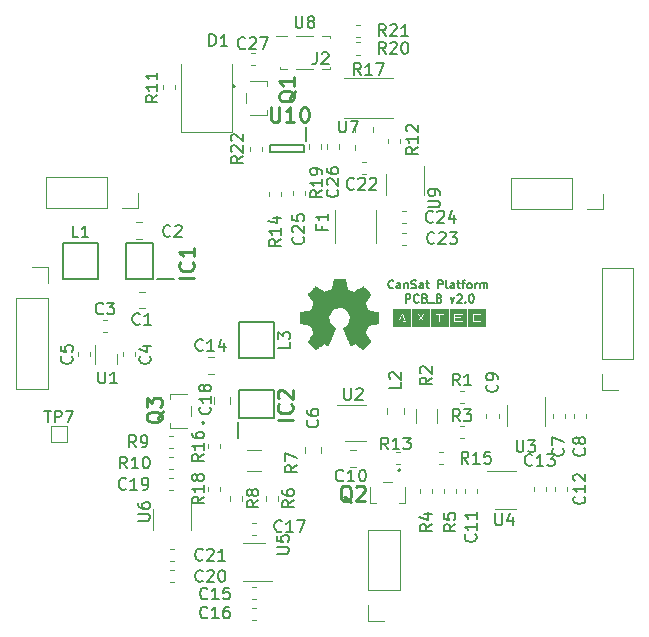
<source format=gbr>
G04 #@! TF.GenerationSoftware,KiCad,Pcbnew,(5.1.0)-1*
G04 #@! TF.CreationDate,2019-06-21T14:41:16-03:00*
G04 #@! TF.ProjectId,PCB_B,5043425f-422e-46b6-9963-61645f706362,rev?*
G04 #@! TF.SameCoordinates,Original*
G04 #@! TF.FileFunction,Legend,Top*
G04 #@! TF.FilePolarity,Positive*
%FSLAX46Y46*%
G04 Gerber Fmt 4.6, Leading zero omitted, Abs format (unit mm)*
G04 Created by KiCad (PCBNEW (5.1.0)-1) date 2019-06-21 14:41:16*
%MOMM*%
%LPD*%
G04 APERTURE LIST*
%ADD10C,0.175000*%
%ADD11C,0.010000*%
%ADD12C,0.120000*%
%ADD13C,0.200000*%
%ADD14C,0.100000*%
%ADD15C,0.150000*%
%ADD16C,0.254000*%
G04 APERTURE END LIST*
D10*
X16843733Y-7809666D02*
X16843733Y-7109666D01*
X17110400Y-7109666D01*
X17177066Y-7143000D01*
X17210400Y-7176333D01*
X17243733Y-7243000D01*
X17243733Y-7343000D01*
X17210400Y-7409666D01*
X17177066Y-7443000D01*
X17110400Y-7476333D01*
X16843733Y-7476333D01*
X17943733Y-7743000D02*
X17910400Y-7776333D01*
X17810400Y-7809666D01*
X17743733Y-7809666D01*
X17643733Y-7776333D01*
X17577066Y-7709666D01*
X17543733Y-7643000D01*
X17510400Y-7509666D01*
X17510400Y-7409666D01*
X17543733Y-7276333D01*
X17577066Y-7209666D01*
X17643733Y-7143000D01*
X17743733Y-7109666D01*
X17810400Y-7109666D01*
X17910400Y-7143000D01*
X17943733Y-7176333D01*
X18477066Y-7443000D02*
X18577066Y-7476333D01*
X18610400Y-7509666D01*
X18643733Y-7576333D01*
X18643733Y-7676333D01*
X18610400Y-7743000D01*
X18577066Y-7776333D01*
X18510400Y-7809666D01*
X18243733Y-7809666D01*
X18243733Y-7109666D01*
X18477066Y-7109666D01*
X18543733Y-7143000D01*
X18577066Y-7176333D01*
X18610400Y-7243000D01*
X18610400Y-7309666D01*
X18577066Y-7376333D01*
X18543733Y-7409666D01*
X18477066Y-7443000D01*
X18243733Y-7443000D01*
X18777066Y-7876333D02*
X19310400Y-7876333D01*
X19710400Y-7443000D02*
X19810400Y-7476333D01*
X19843733Y-7509666D01*
X19877066Y-7576333D01*
X19877066Y-7676333D01*
X19843733Y-7743000D01*
X19810400Y-7776333D01*
X19743733Y-7809666D01*
X19477066Y-7809666D01*
X19477066Y-7109666D01*
X19710400Y-7109666D01*
X19777066Y-7143000D01*
X19810400Y-7176333D01*
X19843733Y-7243000D01*
X19843733Y-7309666D01*
X19810400Y-7376333D01*
X19777066Y-7409666D01*
X19710400Y-7443000D01*
X19477066Y-7443000D01*
X20643733Y-7343000D02*
X20810400Y-7809666D01*
X20977066Y-7343000D01*
X21210400Y-7176333D02*
X21243733Y-7143000D01*
X21310400Y-7109666D01*
X21477066Y-7109666D01*
X21543733Y-7143000D01*
X21577066Y-7176333D01*
X21610400Y-7243000D01*
X21610400Y-7309666D01*
X21577066Y-7409666D01*
X21177066Y-7809666D01*
X21610400Y-7809666D01*
X21910400Y-7743000D02*
X21943733Y-7776333D01*
X21910400Y-7809666D01*
X21877066Y-7776333D01*
X21910400Y-7743000D01*
X21910400Y-7809666D01*
X22377066Y-7109666D02*
X22443733Y-7109666D01*
X22510400Y-7143000D01*
X22543733Y-7176333D01*
X22577066Y-7243000D01*
X22610400Y-7376333D01*
X22610400Y-7543000D01*
X22577066Y-7676333D01*
X22543733Y-7743000D01*
X22510400Y-7776333D01*
X22443733Y-7809666D01*
X22377066Y-7809666D01*
X22310400Y-7776333D01*
X22277066Y-7743000D01*
X22243733Y-7676333D01*
X22210400Y-7543000D01*
X22210400Y-7376333D01*
X22243733Y-7243000D01*
X22277066Y-7176333D01*
X22310400Y-7143000D01*
X22377066Y-7109666D01*
X15800066Y-6549200D02*
X15766733Y-6582533D01*
X15666733Y-6615866D01*
X15600066Y-6615866D01*
X15500066Y-6582533D01*
X15433400Y-6515866D01*
X15400066Y-6449200D01*
X15366733Y-6315866D01*
X15366733Y-6215866D01*
X15400066Y-6082533D01*
X15433400Y-6015866D01*
X15500066Y-5949200D01*
X15600066Y-5915866D01*
X15666733Y-5915866D01*
X15766733Y-5949200D01*
X15800066Y-5982533D01*
X16400066Y-6615866D02*
X16400066Y-6249200D01*
X16366733Y-6182533D01*
X16300066Y-6149200D01*
X16166733Y-6149200D01*
X16100066Y-6182533D01*
X16400066Y-6582533D02*
X16333400Y-6615866D01*
X16166733Y-6615866D01*
X16100066Y-6582533D01*
X16066733Y-6515866D01*
X16066733Y-6449200D01*
X16100066Y-6382533D01*
X16166733Y-6349200D01*
X16333400Y-6349200D01*
X16400066Y-6315866D01*
X16733400Y-6149200D02*
X16733400Y-6615866D01*
X16733400Y-6215866D02*
X16766733Y-6182533D01*
X16833400Y-6149200D01*
X16933400Y-6149200D01*
X17000066Y-6182533D01*
X17033400Y-6249200D01*
X17033400Y-6615866D01*
X17333400Y-6582533D02*
X17433400Y-6615866D01*
X17600066Y-6615866D01*
X17666733Y-6582533D01*
X17700066Y-6549200D01*
X17733400Y-6482533D01*
X17733400Y-6415866D01*
X17700066Y-6349200D01*
X17666733Y-6315866D01*
X17600066Y-6282533D01*
X17466733Y-6249200D01*
X17400066Y-6215866D01*
X17366733Y-6182533D01*
X17333400Y-6115866D01*
X17333400Y-6049200D01*
X17366733Y-5982533D01*
X17400066Y-5949200D01*
X17466733Y-5915866D01*
X17633400Y-5915866D01*
X17733400Y-5949200D01*
X18333400Y-6615866D02*
X18333400Y-6249200D01*
X18300066Y-6182533D01*
X18233400Y-6149200D01*
X18100066Y-6149200D01*
X18033400Y-6182533D01*
X18333400Y-6582533D02*
X18266733Y-6615866D01*
X18100066Y-6615866D01*
X18033400Y-6582533D01*
X18000066Y-6515866D01*
X18000066Y-6449200D01*
X18033400Y-6382533D01*
X18100066Y-6349200D01*
X18266733Y-6349200D01*
X18333400Y-6315866D01*
X18566733Y-6149200D02*
X18833400Y-6149200D01*
X18666733Y-5915866D02*
X18666733Y-6515866D01*
X18700066Y-6582533D01*
X18766733Y-6615866D01*
X18833400Y-6615866D01*
X19600066Y-6615866D02*
X19600066Y-5915866D01*
X19866733Y-5915866D01*
X19933400Y-5949200D01*
X19966733Y-5982533D01*
X20000066Y-6049200D01*
X20000066Y-6149200D01*
X19966733Y-6215866D01*
X19933400Y-6249200D01*
X19866733Y-6282533D01*
X19600066Y-6282533D01*
X20400066Y-6615866D02*
X20333400Y-6582533D01*
X20300066Y-6515866D01*
X20300066Y-5915866D01*
X20966733Y-6615866D02*
X20966733Y-6249200D01*
X20933400Y-6182533D01*
X20866733Y-6149200D01*
X20733400Y-6149200D01*
X20666733Y-6182533D01*
X20966733Y-6582533D02*
X20900066Y-6615866D01*
X20733400Y-6615866D01*
X20666733Y-6582533D01*
X20633400Y-6515866D01*
X20633400Y-6449200D01*
X20666733Y-6382533D01*
X20733400Y-6349200D01*
X20900066Y-6349200D01*
X20966733Y-6315866D01*
X21200066Y-6149200D02*
X21466733Y-6149200D01*
X21300066Y-5915866D02*
X21300066Y-6515866D01*
X21333400Y-6582533D01*
X21400066Y-6615866D01*
X21466733Y-6615866D01*
X21600066Y-6149200D02*
X21866733Y-6149200D01*
X21700066Y-6615866D02*
X21700066Y-6015866D01*
X21733400Y-5949200D01*
X21800066Y-5915866D01*
X21866733Y-5915866D01*
X22200066Y-6615866D02*
X22133400Y-6582533D01*
X22100066Y-6549200D01*
X22066733Y-6482533D01*
X22066733Y-6282533D01*
X22100066Y-6215866D01*
X22133400Y-6182533D01*
X22200066Y-6149200D01*
X22300066Y-6149200D01*
X22366733Y-6182533D01*
X22400066Y-6215866D01*
X22433400Y-6282533D01*
X22433400Y-6482533D01*
X22400066Y-6549200D01*
X22366733Y-6582533D01*
X22300066Y-6615866D01*
X22200066Y-6615866D01*
X22733400Y-6615866D02*
X22733400Y-6149200D01*
X22733400Y-6282533D02*
X22766733Y-6215866D01*
X22800066Y-6182533D01*
X22866733Y-6149200D01*
X22933400Y-6149200D01*
X23166733Y-6615866D02*
X23166733Y-6149200D01*
X23166733Y-6215866D02*
X23200066Y-6182533D01*
X23266733Y-6149200D01*
X23366733Y-6149200D01*
X23433400Y-6182533D01*
X23466733Y-6249200D01*
X23466733Y-6615866D01*
X23466733Y-6249200D02*
X23500066Y-6182533D01*
X23566733Y-6149200D01*
X23666733Y-6149200D01*
X23733400Y-6182533D01*
X23766733Y-6249200D01*
X23766733Y-6615866D01*
D11*
G36*
X11757214Y-6257331D02*
G01*
X11841035Y-6701955D01*
X12150320Y-6829453D01*
X12459606Y-6956951D01*
X12830646Y-6704646D01*
X12934557Y-6634396D01*
X13028487Y-6571672D01*
X13108052Y-6519338D01*
X13168870Y-6480257D01*
X13206557Y-6457293D01*
X13216821Y-6452342D01*
X13235310Y-6465076D01*
X13274820Y-6500282D01*
X13330922Y-6553462D01*
X13399187Y-6620118D01*
X13475186Y-6695754D01*
X13554492Y-6775872D01*
X13632675Y-6855974D01*
X13705307Y-6931564D01*
X13767959Y-6998145D01*
X13816203Y-7051218D01*
X13845610Y-7086287D01*
X13852641Y-7098023D01*
X13842523Y-7119660D01*
X13814159Y-7167062D01*
X13770529Y-7235593D01*
X13714618Y-7320615D01*
X13649406Y-7417493D01*
X13611619Y-7472750D01*
X13542743Y-7573648D01*
X13481540Y-7664699D01*
X13430978Y-7741370D01*
X13394028Y-7799128D01*
X13373658Y-7833443D01*
X13370597Y-7840654D01*
X13377536Y-7861148D01*
X13396451Y-7908913D01*
X13424487Y-7977232D01*
X13458791Y-8059389D01*
X13496509Y-8148670D01*
X13534787Y-8238358D01*
X13570770Y-8321738D01*
X13601606Y-8392094D01*
X13624439Y-8442710D01*
X13636417Y-8466871D01*
X13637124Y-8467822D01*
X13655931Y-8472436D01*
X13706018Y-8482728D01*
X13782193Y-8497687D01*
X13879265Y-8516301D01*
X13992043Y-8537559D01*
X14057842Y-8549818D01*
X14178350Y-8572762D01*
X14287197Y-8594595D01*
X14378876Y-8614122D01*
X14447881Y-8630148D01*
X14488704Y-8641479D01*
X14496911Y-8645074D01*
X14504948Y-8669406D01*
X14511433Y-8724359D01*
X14516370Y-8803508D01*
X14519764Y-8900426D01*
X14521618Y-9008687D01*
X14521938Y-9121865D01*
X14520727Y-9233535D01*
X14517990Y-9337268D01*
X14513731Y-9426641D01*
X14507955Y-9495226D01*
X14500667Y-9536597D01*
X14496295Y-9545210D01*
X14470164Y-9555533D01*
X14414793Y-9570292D01*
X14337507Y-9587752D01*
X14245630Y-9606180D01*
X14213558Y-9612141D01*
X14058924Y-9640466D01*
X13936775Y-9663276D01*
X13843073Y-9681480D01*
X13773784Y-9695983D01*
X13724871Y-9707692D01*
X13692297Y-9717515D01*
X13672028Y-9726356D01*
X13660026Y-9735124D01*
X13658347Y-9736857D01*
X13641584Y-9764771D01*
X13616014Y-9819095D01*
X13584188Y-9893177D01*
X13548660Y-9980365D01*
X13511983Y-10074008D01*
X13476711Y-10167452D01*
X13445396Y-10254047D01*
X13420593Y-10327140D01*
X13404854Y-10380078D01*
X13400732Y-10406211D01*
X13401076Y-10407126D01*
X13415041Y-10428486D01*
X13446722Y-10475484D01*
X13492791Y-10543227D01*
X13549918Y-10626823D01*
X13614773Y-10721382D01*
X13633243Y-10748254D01*
X13699099Y-10845675D01*
X13757050Y-10934563D01*
X13803938Y-11009812D01*
X13836607Y-11066320D01*
X13851900Y-11098981D01*
X13852641Y-11102993D01*
X13839792Y-11124084D01*
X13804288Y-11165864D01*
X13750693Y-11223845D01*
X13683571Y-11293535D01*
X13607487Y-11370445D01*
X13527004Y-11450083D01*
X13446687Y-11527961D01*
X13371099Y-11599586D01*
X13304805Y-11660470D01*
X13252369Y-11706121D01*
X13218355Y-11732050D01*
X13208945Y-11736283D01*
X13187043Y-11726312D01*
X13142200Y-11699420D01*
X13081721Y-11660136D01*
X13035189Y-11628517D01*
X12950875Y-11570498D01*
X12851026Y-11502184D01*
X12750873Y-11433979D01*
X12697027Y-11397475D01*
X12514771Y-11274200D01*
X12361781Y-11356920D01*
X12292082Y-11393159D01*
X12232814Y-11421326D01*
X12192711Y-11437391D01*
X12182503Y-11439626D01*
X12170229Y-11423122D01*
X12146013Y-11376482D01*
X12111663Y-11304009D01*
X12068988Y-11210006D01*
X12019794Y-11098774D01*
X11965890Y-10974615D01*
X11909084Y-10841832D01*
X11851182Y-10704727D01*
X11793993Y-10567602D01*
X11739324Y-10434758D01*
X11688984Y-10310498D01*
X11644780Y-10199125D01*
X11608519Y-10104939D01*
X11582009Y-10032244D01*
X11567058Y-9985341D01*
X11564654Y-9969233D01*
X11583711Y-9948686D01*
X11625436Y-9915333D01*
X11681106Y-9876102D01*
X11685778Y-9872999D01*
X11829664Y-9757823D01*
X11945683Y-9623453D01*
X12032830Y-9474184D01*
X12090099Y-9314313D01*
X12116486Y-9148137D01*
X12110985Y-8979952D01*
X12072590Y-8814055D01*
X12000295Y-8654742D01*
X11979026Y-8619887D01*
X11868396Y-8479137D01*
X11737702Y-8366114D01*
X11591464Y-8281403D01*
X11434208Y-8225594D01*
X11270457Y-8199274D01*
X11104733Y-8203030D01*
X10941562Y-8237450D01*
X10785465Y-8303123D01*
X10640967Y-8400635D01*
X10596269Y-8440213D01*
X10482512Y-8564103D01*
X10399618Y-8694524D01*
X10342756Y-8840715D01*
X10311087Y-8985488D01*
X10303269Y-9148260D01*
X10329338Y-9311840D01*
X10386645Y-9470698D01*
X10472544Y-9619306D01*
X10584386Y-9752135D01*
X10719523Y-9863656D01*
X10737283Y-9875411D01*
X10793550Y-9913908D01*
X10836323Y-9947263D01*
X10856772Y-9968560D01*
X10857069Y-9969233D01*
X10852679Y-9992271D01*
X10835276Y-10044557D01*
X10806668Y-10121790D01*
X10768665Y-10219668D01*
X10723074Y-10333891D01*
X10671703Y-10460158D01*
X10616362Y-10594167D01*
X10558858Y-10731618D01*
X10501001Y-10868208D01*
X10444598Y-10999637D01*
X10391458Y-11121605D01*
X10343390Y-11229809D01*
X10302201Y-11319949D01*
X10269701Y-11387723D01*
X10247697Y-11428830D01*
X10238836Y-11439626D01*
X10211760Y-11431219D01*
X10161097Y-11408672D01*
X10095583Y-11376013D01*
X10059559Y-11356920D01*
X9906568Y-11274200D01*
X9724312Y-11397475D01*
X9631275Y-11460628D01*
X9529415Y-11530127D01*
X9433962Y-11595565D01*
X9386150Y-11628517D01*
X9318905Y-11673673D01*
X9261964Y-11709457D01*
X9222754Y-11731338D01*
X9210019Y-11735963D01*
X9191483Y-11723485D01*
X9150459Y-11688652D01*
X9090925Y-11635078D01*
X9016858Y-11566383D01*
X8932235Y-11486181D01*
X8878715Y-11434686D01*
X8785081Y-11342686D01*
X8704159Y-11260399D01*
X8639223Y-11191345D01*
X8593542Y-11139044D01*
X8570389Y-11107016D01*
X8568168Y-11100516D01*
X8578476Y-11075794D01*
X8606961Y-11025805D01*
X8650463Y-10955612D01*
X8705823Y-10870275D01*
X8769880Y-10774856D01*
X8788097Y-10748254D01*
X8854473Y-10651567D01*
X8914022Y-10564517D01*
X8963416Y-10491995D01*
X8999325Y-10438893D01*
X9018419Y-10410103D01*
X9020264Y-10407126D01*
X9017505Y-10384182D01*
X9002862Y-10333736D01*
X8978887Y-10262441D01*
X8948134Y-10176947D01*
X8913156Y-10083907D01*
X8876507Y-9989974D01*
X8840739Y-9901799D01*
X8808406Y-9826034D01*
X8782062Y-9769331D01*
X8764258Y-9738343D01*
X8762993Y-9736857D01*
X8752106Y-9728001D01*
X8733718Y-9719243D01*
X8703794Y-9709677D01*
X8658297Y-9698396D01*
X8593191Y-9684493D01*
X8504439Y-9667063D01*
X8388007Y-9645198D01*
X8239858Y-9617991D01*
X8207782Y-9612141D01*
X8112714Y-9593774D01*
X8029835Y-9575805D01*
X7966470Y-9559969D01*
X7929942Y-9548000D01*
X7925044Y-9545210D01*
X7916973Y-9520472D01*
X7910413Y-9465190D01*
X7905367Y-9385789D01*
X7901841Y-9288696D01*
X7899839Y-9180338D01*
X7899364Y-9067140D01*
X7900423Y-8955528D01*
X7903018Y-8851929D01*
X7907154Y-8762768D01*
X7912837Y-8694472D01*
X7920069Y-8653466D01*
X7924429Y-8645074D01*
X7948702Y-8636608D01*
X8003974Y-8622835D01*
X8084738Y-8604950D01*
X8185488Y-8584148D01*
X8300717Y-8561623D01*
X8363498Y-8549818D01*
X8482613Y-8527551D01*
X8588835Y-8507379D01*
X8676973Y-8490315D01*
X8741834Y-8477369D01*
X8778226Y-8469555D01*
X8784216Y-8467822D01*
X8794339Y-8448290D01*
X8815738Y-8401243D01*
X8845561Y-8333403D01*
X8880955Y-8251491D01*
X8919068Y-8162228D01*
X8957047Y-8072335D01*
X8992040Y-7988535D01*
X9021194Y-7917547D01*
X9041657Y-7866094D01*
X9050577Y-7840897D01*
X9050743Y-7839796D01*
X9040631Y-7819919D01*
X9012283Y-7774177D01*
X8968677Y-7707117D01*
X8912794Y-7623284D01*
X8847613Y-7527226D01*
X8809721Y-7472050D01*
X8740675Y-7370881D01*
X8679350Y-7279030D01*
X8628737Y-7201144D01*
X8591829Y-7141869D01*
X8571618Y-7105851D01*
X8568699Y-7097777D01*
X8581247Y-7078984D01*
X8615937Y-7038857D01*
X8668337Y-6981893D01*
X8734016Y-6912585D01*
X8808544Y-6835431D01*
X8887487Y-6754925D01*
X8966417Y-6675563D01*
X9040900Y-6601840D01*
X9106506Y-6538252D01*
X9158804Y-6489294D01*
X9193361Y-6459461D01*
X9204922Y-6452342D01*
X9223746Y-6462353D01*
X9268769Y-6490478D01*
X9335613Y-6533854D01*
X9419901Y-6589618D01*
X9517256Y-6654906D01*
X9590693Y-6704646D01*
X9961733Y-6956951D01*
X10580305Y-6701955D01*
X10664125Y-6257331D01*
X10747946Y-5812707D01*
X11673394Y-5812707D01*
X11757214Y-6257331D01*
X11757214Y-6257331D01*
G37*
X11757214Y-6257331D02*
X11841035Y-6701955D01*
X12150320Y-6829453D01*
X12459606Y-6956951D01*
X12830646Y-6704646D01*
X12934557Y-6634396D01*
X13028487Y-6571672D01*
X13108052Y-6519338D01*
X13168870Y-6480257D01*
X13206557Y-6457293D01*
X13216821Y-6452342D01*
X13235310Y-6465076D01*
X13274820Y-6500282D01*
X13330922Y-6553462D01*
X13399187Y-6620118D01*
X13475186Y-6695754D01*
X13554492Y-6775872D01*
X13632675Y-6855974D01*
X13705307Y-6931564D01*
X13767959Y-6998145D01*
X13816203Y-7051218D01*
X13845610Y-7086287D01*
X13852641Y-7098023D01*
X13842523Y-7119660D01*
X13814159Y-7167062D01*
X13770529Y-7235593D01*
X13714618Y-7320615D01*
X13649406Y-7417493D01*
X13611619Y-7472750D01*
X13542743Y-7573648D01*
X13481540Y-7664699D01*
X13430978Y-7741370D01*
X13394028Y-7799128D01*
X13373658Y-7833443D01*
X13370597Y-7840654D01*
X13377536Y-7861148D01*
X13396451Y-7908913D01*
X13424487Y-7977232D01*
X13458791Y-8059389D01*
X13496509Y-8148670D01*
X13534787Y-8238358D01*
X13570770Y-8321738D01*
X13601606Y-8392094D01*
X13624439Y-8442710D01*
X13636417Y-8466871D01*
X13637124Y-8467822D01*
X13655931Y-8472436D01*
X13706018Y-8482728D01*
X13782193Y-8497687D01*
X13879265Y-8516301D01*
X13992043Y-8537559D01*
X14057842Y-8549818D01*
X14178350Y-8572762D01*
X14287197Y-8594595D01*
X14378876Y-8614122D01*
X14447881Y-8630148D01*
X14488704Y-8641479D01*
X14496911Y-8645074D01*
X14504948Y-8669406D01*
X14511433Y-8724359D01*
X14516370Y-8803508D01*
X14519764Y-8900426D01*
X14521618Y-9008687D01*
X14521938Y-9121865D01*
X14520727Y-9233535D01*
X14517990Y-9337268D01*
X14513731Y-9426641D01*
X14507955Y-9495226D01*
X14500667Y-9536597D01*
X14496295Y-9545210D01*
X14470164Y-9555533D01*
X14414793Y-9570292D01*
X14337507Y-9587752D01*
X14245630Y-9606180D01*
X14213558Y-9612141D01*
X14058924Y-9640466D01*
X13936775Y-9663276D01*
X13843073Y-9681480D01*
X13773784Y-9695983D01*
X13724871Y-9707692D01*
X13692297Y-9717515D01*
X13672028Y-9726356D01*
X13660026Y-9735124D01*
X13658347Y-9736857D01*
X13641584Y-9764771D01*
X13616014Y-9819095D01*
X13584188Y-9893177D01*
X13548660Y-9980365D01*
X13511983Y-10074008D01*
X13476711Y-10167452D01*
X13445396Y-10254047D01*
X13420593Y-10327140D01*
X13404854Y-10380078D01*
X13400732Y-10406211D01*
X13401076Y-10407126D01*
X13415041Y-10428486D01*
X13446722Y-10475484D01*
X13492791Y-10543227D01*
X13549918Y-10626823D01*
X13614773Y-10721382D01*
X13633243Y-10748254D01*
X13699099Y-10845675D01*
X13757050Y-10934563D01*
X13803938Y-11009812D01*
X13836607Y-11066320D01*
X13851900Y-11098981D01*
X13852641Y-11102993D01*
X13839792Y-11124084D01*
X13804288Y-11165864D01*
X13750693Y-11223845D01*
X13683571Y-11293535D01*
X13607487Y-11370445D01*
X13527004Y-11450083D01*
X13446687Y-11527961D01*
X13371099Y-11599586D01*
X13304805Y-11660470D01*
X13252369Y-11706121D01*
X13218355Y-11732050D01*
X13208945Y-11736283D01*
X13187043Y-11726312D01*
X13142200Y-11699420D01*
X13081721Y-11660136D01*
X13035189Y-11628517D01*
X12950875Y-11570498D01*
X12851026Y-11502184D01*
X12750873Y-11433979D01*
X12697027Y-11397475D01*
X12514771Y-11274200D01*
X12361781Y-11356920D01*
X12292082Y-11393159D01*
X12232814Y-11421326D01*
X12192711Y-11437391D01*
X12182503Y-11439626D01*
X12170229Y-11423122D01*
X12146013Y-11376482D01*
X12111663Y-11304009D01*
X12068988Y-11210006D01*
X12019794Y-11098774D01*
X11965890Y-10974615D01*
X11909084Y-10841832D01*
X11851182Y-10704727D01*
X11793993Y-10567602D01*
X11739324Y-10434758D01*
X11688984Y-10310498D01*
X11644780Y-10199125D01*
X11608519Y-10104939D01*
X11582009Y-10032244D01*
X11567058Y-9985341D01*
X11564654Y-9969233D01*
X11583711Y-9948686D01*
X11625436Y-9915333D01*
X11681106Y-9876102D01*
X11685778Y-9872999D01*
X11829664Y-9757823D01*
X11945683Y-9623453D01*
X12032830Y-9474184D01*
X12090099Y-9314313D01*
X12116486Y-9148137D01*
X12110985Y-8979952D01*
X12072590Y-8814055D01*
X12000295Y-8654742D01*
X11979026Y-8619887D01*
X11868396Y-8479137D01*
X11737702Y-8366114D01*
X11591464Y-8281403D01*
X11434208Y-8225594D01*
X11270457Y-8199274D01*
X11104733Y-8203030D01*
X10941562Y-8237450D01*
X10785465Y-8303123D01*
X10640967Y-8400635D01*
X10596269Y-8440213D01*
X10482512Y-8564103D01*
X10399618Y-8694524D01*
X10342756Y-8840715D01*
X10311087Y-8985488D01*
X10303269Y-9148260D01*
X10329338Y-9311840D01*
X10386645Y-9470698D01*
X10472544Y-9619306D01*
X10584386Y-9752135D01*
X10719523Y-9863656D01*
X10737283Y-9875411D01*
X10793550Y-9913908D01*
X10836323Y-9947263D01*
X10856772Y-9968560D01*
X10857069Y-9969233D01*
X10852679Y-9992271D01*
X10835276Y-10044557D01*
X10806668Y-10121790D01*
X10768665Y-10219668D01*
X10723074Y-10333891D01*
X10671703Y-10460158D01*
X10616362Y-10594167D01*
X10558858Y-10731618D01*
X10501001Y-10868208D01*
X10444598Y-10999637D01*
X10391458Y-11121605D01*
X10343390Y-11229809D01*
X10302201Y-11319949D01*
X10269701Y-11387723D01*
X10247697Y-11428830D01*
X10238836Y-11439626D01*
X10211760Y-11431219D01*
X10161097Y-11408672D01*
X10095583Y-11376013D01*
X10059559Y-11356920D01*
X9906568Y-11274200D01*
X9724312Y-11397475D01*
X9631275Y-11460628D01*
X9529415Y-11530127D01*
X9433962Y-11595565D01*
X9386150Y-11628517D01*
X9318905Y-11673673D01*
X9261964Y-11709457D01*
X9222754Y-11731338D01*
X9210019Y-11735963D01*
X9191483Y-11723485D01*
X9150459Y-11688652D01*
X9090925Y-11635078D01*
X9016858Y-11566383D01*
X8932235Y-11486181D01*
X8878715Y-11434686D01*
X8785081Y-11342686D01*
X8704159Y-11260399D01*
X8639223Y-11191345D01*
X8593542Y-11139044D01*
X8570389Y-11107016D01*
X8568168Y-11100516D01*
X8578476Y-11075794D01*
X8606961Y-11025805D01*
X8650463Y-10955612D01*
X8705823Y-10870275D01*
X8769880Y-10774856D01*
X8788097Y-10748254D01*
X8854473Y-10651567D01*
X8914022Y-10564517D01*
X8963416Y-10491995D01*
X8999325Y-10438893D01*
X9018419Y-10410103D01*
X9020264Y-10407126D01*
X9017505Y-10384182D01*
X9002862Y-10333736D01*
X8978887Y-10262441D01*
X8948134Y-10176947D01*
X8913156Y-10083907D01*
X8876507Y-9989974D01*
X8840739Y-9901799D01*
X8808406Y-9826034D01*
X8782062Y-9769331D01*
X8764258Y-9738343D01*
X8762993Y-9736857D01*
X8752106Y-9728001D01*
X8733718Y-9719243D01*
X8703794Y-9709677D01*
X8658297Y-9698396D01*
X8593191Y-9684493D01*
X8504439Y-9667063D01*
X8388007Y-9645198D01*
X8239858Y-9617991D01*
X8207782Y-9612141D01*
X8112714Y-9593774D01*
X8029835Y-9575805D01*
X7966470Y-9559969D01*
X7929942Y-9548000D01*
X7925044Y-9545210D01*
X7916973Y-9520472D01*
X7910413Y-9465190D01*
X7905367Y-9385789D01*
X7901841Y-9288696D01*
X7899839Y-9180338D01*
X7899364Y-9067140D01*
X7900423Y-8955528D01*
X7903018Y-8851929D01*
X7907154Y-8762768D01*
X7912837Y-8694472D01*
X7920069Y-8653466D01*
X7924429Y-8645074D01*
X7948702Y-8636608D01*
X8003974Y-8622835D01*
X8084738Y-8604950D01*
X8185488Y-8584148D01*
X8300717Y-8561623D01*
X8363498Y-8549818D01*
X8482613Y-8527551D01*
X8588835Y-8507379D01*
X8676973Y-8490315D01*
X8741834Y-8477369D01*
X8778226Y-8469555D01*
X8784216Y-8467822D01*
X8794339Y-8448290D01*
X8815738Y-8401243D01*
X8845561Y-8333403D01*
X8880955Y-8251491D01*
X8919068Y-8162228D01*
X8957047Y-8072335D01*
X8992040Y-7988535D01*
X9021194Y-7917547D01*
X9041657Y-7866094D01*
X9050577Y-7840897D01*
X9050743Y-7839796D01*
X9040631Y-7819919D01*
X9012283Y-7774177D01*
X8968677Y-7707117D01*
X8912794Y-7623284D01*
X8847613Y-7527226D01*
X8809721Y-7472050D01*
X8740675Y-7370881D01*
X8679350Y-7279030D01*
X8628737Y-7201144D01*
X8591829Y-7141869D01*
X8571618Y-7105851D01*
X8568699Y-7097777D01*
X8581247Y-7078984D01*
X8615937Y-7038857D01*
X8668337Y-6981893D01*
X8734016Y-6912585D01*
X8808544Y-6835431D01*
X8887487Y-6754925D01*
X8966417Y-6675563D01*
X9040900Y-6601840D01*
X9106506Y-6538252D01*
X9158804Y-6489294D01*
X9193361Y-6459461D01*
X9204922Y-6452342D01*
X9223746Y-6462353D01*
X9268769Y-6490478D01*
X9335613Y-6533854D01*
X9419901Y-6589618D01*
X9517256Y-6654906D01*
X9590693Y-6704646D01*
X9961733Y-6956951D01*
X10580305Y-6701955D01*
X10664125Y-6257331D01*
X10747946Y-5812707D01*
X11673394Y-5812707D01*
X11757214Y-6257331D01*
G36*
X23583900Y-9779000D02*
G01*
X22148800Y-9779000D01*
X22148800Y-8674100D01*
X22466300Y-8674100D01*
X22466300Y-9461500D01*
X23253700Y-9461500D01*
X23253700Y-9309100D01*
X22618700Y-9309100D01*
X22618700Y-8826500D01*
X23253700Y-8826500D01*
X23253700Y-8674100D01*
X22466300Y-8674100D01*
X22148800Y-8674100D01*
X22148800Y-8343900D01*
X23583900Y-8343900D01*
X23583900Y-9779000D01*
X23583900Y-9779000D01*
G37*
X23583900Y-9779000D02*
X22148800Y-9779000D01*
X22148800Y-8674100D01*
X22466300Y-8674100D01*
X22466300Y-9461500D01*
X23253700Y-9461500D01*
X23253700Y-9309100D01*
X22618700Y-9309100D01*
X22618700Y-8826500D01*
X23253700Y-8826500D01*
X23253700Y-8674100D01*
X22466300Y-8674100D01*
X22148800Y-8674100D01*
X22148800Y-8343900D01*
X23583900Y-8343900D01*
X23583900Y-9779000D01*
G36*
X21996400Y-9779000D02*
G01*
X20561300Y-9779000D01*
X20561300Y-8674100D01*
X20878800Y-8674100D01*
X20878800Y-9461500D01*
X21666200Y-9461500D01*
X21666200Y-9309100D01*
X21031200Y-9309100D01*
X21031200Y-9144000D01*
X21513800Y-9144000D01*
X21513800Y-8991600D01*
X21031200Y-8991600D01*
X21031200Y-8826500D01*
X21666200Y-8826500D01*
X21666200Y-8674100D01*
X20878800Y-8674100D01*
X20561300Y-8674100D01*
X20561300Y-8343900D01*
X21996400Y-8343900D01*
X21996400Y-9779000D01*
X21996400Y-9779000D01*
G37*
X21996400Y-9779000D02*
X20561300Y-9779000D01*
X20561300Y-8674100D01*
X20878800Y-8674100D01*
X20878800Y-9461500D01*
X21666200Y-9461500D01*
X21666200Y-9309100D01*
X21031200Y-9309100D01*
X21031200Y-9144000D01*
X21513800Y-9144000D01*
X21513800Y-8991600D01*
X21031200Y-8991600D01*
X21031200Y-8826500D01*
X21666200Y-8826500D01*
X21666200Y-8674100D01*
X20878800Y-8674100D01*
X20561300Y-8674100D01*
X20561300Y-8343900D01*
X21996400Y-8343900D01*
X21996400Y-9779000D01*
G36*
X20408900Y-9779000D02*
G01*
X18973800Y-9779000D01*
X18973800Y-8674100D01*
X19291300Y-8674100D01*
X19291300Y-8826500D01*
X19608800Y-8826500D01*
X19608800Y-9461500D01*
X19761200Y-9461500D01*
X19761200Y-8826500D01*
X20078700Y-8826500D01*
X20078700Y-8674100D01*
X19291300Y-8674100D01*
X18973800Y-8674100D01*
X18973800Y-8343900D01*
X20408900Y-8343900D01*
X20408900Y-9779000D01*
X20408900Y-9779000D01*
G37*
X20408900Y-9779000D02*
X18973800Y-9779000D01*
X18973800Y-8674100D01*
X19291300Y-8674100D01*
X19291300Y-8826500D01*
X19608800Y-8826500D01*
X19608800Y-9461500D01*
X19761200Y-9461500D01*
X19761200Y-8826500D01*
X20078700Y-8826500D01*
X20078700Y-8674100D01*
X19291300Y-8674100D01*
X18973800Y-8674100D01*
X18973800Y-8343900D01*
X20408900Y-8343900D01*
X20408900Y-9779000D01*
G36*
X18821400Y-9779000D02*
G01*
X17386300Y-9779000D01*
X17386300Y-9454132D01*
X17724560Y-9454132D01*
X17739808Y-9459096D01*
X17774996Y-9461248D01*
X17802624Y-9461500D01*
X17891859Y-9461500D01*
X17991046Y-9328150D01*
X18028671Y-9278515D01*
X18061291Y-9237260D01*
X18085787Y-9208201D01*
X18099041Y-9195154D01*
X18100019Y-9194800D01*
X18110827Y-9204438D01*
X18133436Y-9230802D01*
X18164723Y-9270064D01*
X18201563Y-9318398D01*
X18208427Y-9327610D01*
X18307050Y-9460420D01*
X18392775Y-9460960D01*
X18435713Y-9460310D01*
X18466467Y-9458088D01*
X18478495Y-9454772D01*
X18478500Y-9454701D01*
X18471224Y-9442843D01*
X18451043Y-9414163D01*
X18420421Y-9372057D01*
X18381826Y-9319923D01*
X18344688Y-9270388D01*
X18300567Y-9211340D01*
X18261716Y-9158370D01*
X18230794Y-9115181D01*
X18210458Y-9085473D01*
X18203564Y-9073814D01*
X18203540Y-9065360D01*
X18209157Y-9051089D01*
X18221791Y-9029002D01*
X18242819Y-8997100D01*
X18273619Y-8953382D01*
X18315568Y-8895850D01*
X18370042Y-8822503D01*
X18438420Y-8731342D01*
X18450438Y-8715375D01*
X18481514Y-8674100D01*
X18306132Y-8674100D01*
X18206946Y-8807450D01*
X18169459Y-8857005D01*
X18137151Y-8898130D01*
X18113091Y-8927036D01*
X18100345Y-8939932D01*
X18099454Y-8940260D01*
X18089204Y-8930425D01*
X18067065Y-8903909D01*
X18036115Y-8864548D01*
X17999433Y-8816184D01*
X17992527Y-8806910D01*
X17893905Y-8674100D01*
X17811552Y-8674100D01*
X17769565Y-8675056D01*
X17739896Y-8677558D01*
X17729200Y-8680898D01*
X17736459Y-8692782D01*
X17756580Y-8721466D01*
X17787074Y-8763513D01*
X17825455Y-8815487D01*
X17860145Y-8861873D01*
X17903829Y-8920158D01*
X17942448Y-8972020D01*
X17973283Y-9013785D01*
X17993620Y-9041777D01*
X18000409Y-9051625D01*
X17995983Y-9066576D01*
X17977292Y-9099116D01*
X17945915Y-9146979D01*
X17903431Y-9207901D01*
X17851420Y-9279616D01*
X17791460Y-9359861D01*
X17725708Y-9445625D01*
X17724560Y-9454132D01*
X17386300Y-9454132D01*
X17386300Y-8343900D01*
X18821400Y-8343900D01*
X18821400Y-9779000D01*
X18821400Y-9779000D01*
G37*
X18821400Y-9779000D02*
X17386300Y-9779000D01*
X17386300Y-9454132D01*
X17724560Y-9454132D01*
X17739808Y-9459096D01*
X17774996Y-9461248D01*
X17802624Y-9461500D01*
X17891859Y-9461500D01*
X17991046Y-9328150D01*
X18028671Y-9278515D01*
X18061291Y-9237260D01*
X18085787Y-9208201D01*
X18099041Y-9195154D01*
X18100019Y-9194800D01*
X18110827Y-9204438D01*
X18133436Y-9230802D01*
X18164723Y-9270064D01*
X18201563Y-9318398D01*
X18208427Y-9327610D01*
X18307050Y-9460420D01*
X18392775Y-9460960D01*
X18435713Y-9460310D01*
X18466467Y-9458088D01*
X18478495Y-9454772D01*
X18478500Y-9454701D01*
X18471224Y-9442843D01*
X18451043Y-9414163D01*
X18420421Y-9372057D01*
X18381826Y-9319923D01*
X18344688Y-9270388D01*
X18300567Y-9211340D01*
X18261716Y-9158370D01*
X18230794Y-9115181D01*
X18210458Y-9085473D01*
X18203564Y-9073814D01*
X18203540Y-9065360D01*
X18209157Y-9051089D01*
X18221791Y-9029002D01*
X18242819Y-8997100D01*
X18273619Y-8953382D01*
X18315568Y-8895850D01*
X18370042Y-8822503D01*
X18438420Y-8731342D01*
X18450438Y-8715375D01*
X18481514Y-8674100D01*
X18306132Y-8674100D01*
X18206946Y-8807450D01*
X18169459Y-8857005D01*
X18137151Y-8898130D01*
X18113091Y-8927036D01*
X18100345Y-8939932D01*
X18099454Y-8940260D01*
X18089204Y-8930425D01*
X18067065Y-8903909D01*
X18036115Y-8864548D01*
X17999433Y-8816184D01*
X17992527Y-8806910D01*
X17893905Y-8674100D01*
X17811552Y-8674100D01*
X17769565Y-8675056D01*
X17739896Y-8677558D01*
X17729200Y-8680898D01*
X17736459Y-8692782D01*
X17756580Y-8721466D01*
X17787074Y-8763513D01*
X17825455Y-8815487D01*
X17860145Y-8861873D01*
X17903829Y-8920158D01*
X17942448Y-8972020D01*
X17973283Y-9013785D01*
X17993620Y-9041777D01*
X18000409Y-9051625D01*
X17995983Y-9066576D01*
X17977292Y-9099116D01*
X17945915Y-9146979D01*
X17903431Y-9207901D01*
X17851420Y-9279616D01*
X17791460Y-9359861D01*
X17725708Y-9445625D01*
X17724560Y-9454132D01*
X17386300Y-9454132D01*
X17386300Y-8343900D01*
X18821400Y-8343900D01*
X18821400Y-9779000D01*
G36*
X17233900Y-9779000D02*
G01*
X15798800Y-9779000D01*
X15798800Y-9450037D01*
X16131116Y-9450037D01*
X16140402Y-9455889D01*
X16168814Y-9460020D01*
X16208021Y-9461500D01*
X16289158Y-9461500D01*
X16396404Y-9182319D01*
X16426939Y-9103703D01*
X16454796Y-9033634D01*
X16478617Y-8975398D01*
X16497041Y-8932279D01*
X16508711Y-8907563D01*
X16511987Y-8902919D01*
X16518867Y-8914068D01*
X16533161Y-8945038D01*
X16553258Y-8991909D01*
X16577550Y-9050757D01*
X16604427Y-9117663D01*
X16632279Y-9188704D01*
X16659498Y-9259958D01*
X16669563Y-9286875D01*
X16671295Y-9299145D01*
X16661579Y-9305865D01*
X16635409Y-9308640D01*
X16600258Y-9309100D01*
X16522700Y-9309100D01*
X16522700Y-9461500D01*
X16901319Y-9461500D01*
X16588803Y-8680450D01*
X16514476Y-8676940D01*
X16440150Y-8673430D01*
X16287750Y-9056003D01*
X16250728Y-9148962D01*
X16216694Y-9234469D01*
X16186794Y-9309639D01*
X16162175Y-9371585D01*
X16143983Y-9417422D01*
X16133367Y-9444265D01*
X16131116Y-9450037D01*
X15798800Y-9450037D01*
X15798800Y-8343900D01*
X17233900Y-8343900D01*
X17233900Y-9779000D01*
X17233900Y-9779000D01*
G37*
X17233900Y-9779000D02*
X15798800Y-9779000D01*
X15798800Y-9450037D01*
X16131116Y-9450037D01*
X16140402Y-9455889D01*
X16168814Y-9460020D01*
X16208021Y-9461500D01*
X16289158Y-9461500D01*
X16396404Y-9182319D01*
X16426939Y-9103703D01*
X16454796Y-9033634D01*
X16478617Y-8975398D01*
X16497041Y-8932279D01*
X16508711Y-8907563D01*
X16511987Y-8902919D01*
X16518867Y-8914068D01*
X16533161Y-8945038D01*
X16553258Y-8991909D01*
X16577550Y-9050757D01*
X16604427Y-9117663D01*
X16632279Y-9188704D01*
X16659498Y-9259958D01*
X16669563Y-9286875D01*
X16671295Y-9299145D01*
X16661579Y-9305865D01*
X16635409Y-9308640D01*
X16600258Y-9309100D01*
X16522700Y-9309100D01*
X16522700Y-9461500D01*
X16901319Y-9461500D01*
X16588803Y-8680450D01*
X16514476Y-8676940D01*
X16440150Y-8673430D01*
X16287750Y-9056003D01*
X16250728Y-9148962D01*
X16216694Y-9234469D01*
X16186794Y-9309639D01*
X16162175Y-9371585D01*
X16143983Y-9417422D01*
X16133367Y-9444265D01*
X16131116Y-9450037D01*
X15798800Y-9450037D01*
X15798800Y-8343900D01*
X17233900Y-8343900D01*
X17233900Y-9779000D01*
D12*
X12590000Y7090000D02*
X12590000Y6640000D01*
X14110000Y7090000D02*
X14110000Y6640000D01*
X12590000Y5070000D02*
X12590000Y5520000D01*
X9710000Y5228733D02*
X9710000Y5571267D01*
X8690000Y5228733D02*
X8690000Y5571267D01*
D13*
X8400000Y7050000D02*
X8400000Y5850000D01*
X5350000Y5500000D02*
X8250000Y5500000D01*
X5350000Y4900000D02*
X5350000Y5500000D01*
X8250000Y4900000D02*
X5350000Y4900000D01*
X8250000Y5500000D02*
X8250000Y4900000D01*
D12*
X18410000Y1300000D02*
X18410000Y3750000D01*
X15190000Y3100000D02*
X15190000Y1300000D01*
X10400000Y14765000D02*
X10400000Y14615000D01*
X6200000Y11965000D02*
X6200000Y12115000D01*
X6800000Y11965000D02*
X6200000Y11965000D01*
X9000000Y14765000D02*
X7600000Y14765000D01*
X9000000Y11965000D02*
X7600000Y11965000D01*
X9800000Y14765000D02*
X10400000Y14765000D01*
X10400000Y11965000D02*
X9800000Y11965000D01*
X6799299Y14762393D02*
X5899299Y14762393D01*
X10400000Y11965000D02*
X10400000Y12115000D01*
X-1290000Y-27100000D02*
X-1290000Y-24650000D01*
X-4510000Y-25300000D02*
X-4510000Y-27100000D01*
X3100000Y-31410000D02*
X5550000Y-31410000D01*
X4900000Y-28190000D02*
X3100000Y-28190000D01*
X26200000Y-22040000D02*
X23750000Y-22040000D01*
X24400000Y-25260000D02*
X26200000Y-25260000D01*
X28610000Y-18300000D02*
X28610000Y-15850000D01*
X25390000Y-16500000D02*
X25390000Y-18300000D01*
X13480000Y-16490000D02*
X11050000Y-16490000D01*
X11720000Y-19560000D02*
X13480000Y-19560000D01*
X-9425000Y-11400000D02*
X-9425000Y-13000000D01*
X-7605000Y-12200000D02*
X-7605000Y-13000000D01*
X-13200000Y-19650000D02*
X-13200000Y-18250000D01*
X-11800000Y-19650000D02*
X-13200000Y-19650000D01*
X-11800000Y-18250000D02*
X-11800000Y-19650000D01*
X-13200000Y-18250000D02*
X-11800000Y-18250000D01*
X3690000Y5371267D02*
X3690000Y5028733D01*
X4710000Y5371267D02*
X4710000Y5028733D01*
X12971267Y15710000D02*
X12628733Y15710000D01*
X12971267Y14690000D02*
X12628733Y14690000D01*
X12628733Y13190000D02*
X12971267Y13190000D01*
X12628733Y14210000D02*
X12971267Y14210000D01*
X90000Y-23428733D02*
X90000Y-23771267D01*
X1110000Y-23428733D02*
X1110000Y-23771267D01*
X11647936Y7790000D02*
X15752064Y7790000D01*
X11647936Y11210000D02*
X15752064Y11210000D01*
X1110000Y-20096267D02*
X1110000Y-19753733D01*
X90000Y-20096267D02*
X90000Y-19753733D01*
X19628733Y-21510000D02*
X19971267Y-21510000D01*
X19628733Y-20490000D02*
X19971267Y-20490000D01*
X6310000Y1228733D02*
X6310000Y1571267D01*
X5290000Y1228733D02*
X5290000Y1571267D01*
X16371267Y-20490000D02*
X16028733Y-20490000D01*
X16371267Y-21510000D02*
X16028733Y-21510000D01*
X16340000Y5718733D02*
X16340000Y6061267D01*
X15320000Y5718733D02*
X15320000Y6061267D01*
X-2690000Y10228733D02*
X-2690000Y10571267D01*
X-3710000Y10228733D02*
X-3710000Y10571267D01*
X-2828733Y-20890000D02*
X-3171267Y-20890000D01*
X-2828733Y-21910000D02*
X-3171267Y-21910000D01*
X-3171267Y-20110000D02*
X-2828733Y-20110000D01*
X-3171267Y-19090000D02*
X-2828733Y-19090000D01*
X1990000Y-24228733D02*
X1990000Y-24571267D01*
X3010000Y-24228733D02*
X3010000Y-24571267D01*
X3397936Y-22110000D02*
X4602064Y-22110000D01*
X3397936Y-20290000D02*
X4602064Y-20290000D01*
X4990000Y-24228733D02*
X4990000Y-24571267D01*
X6010000Y-24228733D02*
X6010000Y-24571267D01*
X20090000Y-23628733D02*
X20090000Y-23971267D01*
X21110000Y-23628733D02*
X21110000Y-23971267D01*
X19110000Y-23971267D02*
X19110000Y-23628733D01*
X18090000Y-23971267D02*
X18090000Y-23628733D01*
X21428733Y-19310000D02*
X21771267Y-19310000D01*
X21428733Y-18290000D02*
X21771267Y-18290000D01*
X19510000Y-18002064D02*
X19510000Y-16797936D01*
X17690000Y-18002064D02*
X17690000Y-16797936D01*
X21428733Y-16310000D02*
X21771267Y-16310000D01*
X21428733Y-15290000D02*
X21771267Y-15290000D01*
D13*
X-300000Y-18100000D02*
G75*
G03X-300000Y-17900000I0J100000D01*
G01*
X-300000Y-17900000D02*
G75*
G03X-300000Y-18100000I0J-100000D01*
G01*
X-300000Y-17900000D02*
X-300000Y-17900000D01*
X-300000Y-18100000D02*
X-300000Y-18100000D01*
D14*
X-1300000Y-17400000D02*
X-1300000Y-16600000D01*
X-3100000Y-15550000D02*
X-1700000Y-15550000D01*
X-3100000Y-16000000D02*
X-3100000Y-15550000D01*
X-3100000Y-18450000D02*
X-1700000Y-18450000D01*
X-3100000Y-18000000D02*
X-3100000Y-18450000D01*
D13*
X16400000Y-22000000D02*
G75*
G03X16200000Y-22000000I-100000J0D01*
G01*
X16200000Y-22000000D02*
G75*
G03X16400000Y-22000000I100000J0D01*
G01*
X16200000Y-22000000D02*
X16200000Y-22000000D01*
X16400000Y-22000000D02*
X16400000Y-22000000D01*
D14*
X15700000Y-23000000D02*
X14900000Y-23000000D01*
X13850000Y-24800000D02*
X13850000Y-23400000D01*
X14300000Y-24800000D02*
X13850000Y-24800000D01*
X16750000Y-24800000D02*
X16750000Y-23400000D01*
X16300000Y-24800000D02*
X16750000Y-24800000D01*
D13*
X2300000Y10600000D02*
G75*
G03X2300000Y10400000I0J-100000D01*
G01*
X2300000Y10400000D02*
G75*
G03X2300000Y10600000I0J100000D01*
G01*
X2300000Y10400000D02*
X2300000Y10400000D01*
X2300000Y10600000D02*
X2300000Y10600000D01*
D14*
X3300000Y9900000D02*
X3300000Y9100000D01*
X5100000Y8050000D02*
X3700000Y8050000D01*
X5100000Y8500000D02*
X5100000Y8050000D01*
X5100000Y10950000D02*
X3700000Y10950000D01*
X5100000Y10500000D02*
X5100000Y10950000D01*
D15*
X2700000Y-12500000D02*
X2700000Y-9500000D01*
X5700000Y-12500000D02*
X5700000Y-9500000D01*
X5700000Y-9500000D02*
X2700000Y-9500000D01*
X5700000Y-12500000D02*
X2700000Y-12500000D01*
D12*
X16710000Y-17261252D02*
X16710000Y-16738748D01*
X15290000Y-17261252D02*
X15290000Y-16738748D01*
D15*
X-9200000Y-5800000D02*
X-12200000Y-5800000D01*
X-9200000Y-2800000D02*
X-12200000Y-2800000D01*
X-12200000Y-2800000D02*
X-12200000Y-5800000D01*
X-9200000Y-2800000D02*
X-9200000Y-5800000D01*
D12*
X16326841Y-32183862D02*
X13666841Y-32183862D01*
X14996841Y-34783862D02*
X13666841Y-34783862D01*
X16326841Y-32183862D02*
X16326841Y-27043862D01*
X13666841Y-32183862D02*
X13666841Y-27043862D01*
X13666841Y-34783862D02*
X13666841Y-33453862D01*
X16326841Y-27043862D02*
X13666841Y-27043862D01*
X36130000Y-4906200D02*
X33470000Y-4906200D01*
X36130000Y-12586200D02*
X33470000Y-12586200D01*
X36130000Y-12586200D02*
X36130000Y-4906200D01*
X33470000Y-12586200D02*
X33470000Y-4906200D01*
X34800000Y-15186200D02*
X33470000Y-15186200D01*
X33470000Y-15186200D02*
X33470000Y-13856200D01*
X33542262Y70841D02*
X32212262Y70841D01*
X30942262Y2730841D02*
X25802262Y2730841D01*
X25802262Y2730841D02*
X25802262Y70841D01*
X33542262Y1400841D02*
X33542262Y70841D01*
X30942262Y2730841D02*
X30942262Y70841D01*
X30942262Y70841D02*
X25802262Y70841D01*
X-13597738Y2830841D02*
X-13597738Y170841D01*
X-8457738Y2830841D02*
X-13597738Y2830841D01*
X-5857738Y170841D02*
X-7187738Y170841D01*
X-5857738Y1500841D02*
X-5857738Y170841D01*
X-8457738Y170841D02*
X-13597738Y170841D01*
X-8457738Y2830841D02*
X-8457738Y170841D01*
X-13470000Y-4813800D02*
X-13470000Y-6143800D01*
X-14800000Y-4813800D02*
X-13470000Y-4813800D01*
X-16130000Y-7413800D02*
X-16130000Y-15093800D01*
X-16130000Y-7413800D02*
X-13470000Y-7413800D01*
X-16130000Y-15093800D02*
X-13470000Y-15093800D01*
X-13470000Y-7413800D02*
X-13470000Y-15093800D01*
D13*
X2650000Y-19300000D02*
X2650000Y-17900000D01*
X5700000Y-17550000D02*
X2700000Y-17550000D01*
X5700000Y-15250000D02*
X5700000Y-17550000D01*
X2700000Y-15250000D02*
X5700000Y-15250000D01*
X2700000Y-17550000D02*
X2700000Y-15250000D01*
X-2800000Y-5850000D02*
X-4200000Y-5850000D01*
X-4550000Y-2800000D02*
X-4550000Y-5800000D01*
X-6850000Y-2800000D02*
X-4550000Y-2800000D01*
X-6850000Y-5800000D02*
X-6850000Y-2800000D01*
X-4550000Y-5800000D02*
X-6850000Y-5800000D01*
D12*
X10890000Y-13748D02*
X10890000Y-2786252D01*
X14310000Y-13748D02*
X14310000Y-2786252D01*
X-2150000Y6650000D02*
X-2150000Y12350000D01*
X2150000Y6650000D02*
X2150000Y12350000D01*
X-2150000Y6650000D02*
X2150000Y6650000D01*
X4071267Y13310000D02*
X3728733Y13310000D01*
X4071267Y12290000D02*
X3728733Y12290000D01*
X11210000Y5228733D02*
X11210000Y5571267D01*
X10190000Y5228733D02*
X10190000Y5571267D01*
X8310000Y1303733D02*
X8310000Y1646267D01*
X7290000Y1303733D02*
X7290000Y1646267D01*
X16553733Y-1110000D02*
X16896267Y-1110000D01*
X16553733Y-90000D02*
X16896267Y-90000D01*
X16553733Y-2910000D02*
X16896267Y-2910000D01*
X16553733Y-1890000D02*
X16896267Y-1890000D01*
X13128733Y3090000D02*
X13471267Y3090000D01*
X13128733Y4110000D02*
X13471267Y4110000D01*
X-3071267Y-29710000D02*
X-2728733Y-29710000D01*
X-3071267Y-28690000D02*
X-2728733Y-28690000D01*
X-3071267Y-31510000D02*
X-2728733Y-31510000D01*
X-3071267Y-30490000D02*
X-2728733Y-30490000D01*
X-2828733Y-22690000D02*
X-3171267Y-22690000D01*
X-2828733Y-23710000D02*
X-3171267Y-23710000D01*
X590000Y-15838748D02*
X590000Y-16361252D01*
X2010000Y-15838748D02*
X2010000Y-16361252D01*
X3828733Y-27510000D02*
X4171267Y-27510000D01*
X3828733Y-26490000D02*
X4171267Y-26490000D01*
X4171267Y-33690000D02*
X3828733Y-33690000D01*
X4171267Y-34710000D02*
X3828733Y-34710000D01*
X4171267Y-31890000D02*
X3828733Y-31890000D01*
X4171267Y-32910000D02*
X3828733Y-32910000D01*
X68748Y-13840000D02*
X591252Y-13840000D01*
X68748Y-12420000D02*
X591252Y-12420000D01*
X28710000Y-23771267D02*
X28710000Y-23428733D01*
X27690000Y-23771267D02*
X27690000Y-23428733D01*
X30510000Y-23771267D02*
X30510000Y-23428733D01*
X29490000Y-23771267D02*
X29490000Y-23428733D01*
X21890000Y-23628733D02*
X21890000Y-23971267D01*
X22910000Y-23628733D02*
X22910000Y-23971267D01*
X12138748Y-21710000D02*
X12661252Y-21710000D01*
X12138748Y-20290000D02*
X12661252Y-20290000D01*
X24710000Y-17571267D02*
X24710000Y-17228733D01*
X23690000Y-17571267D02*
X23690000Y-17228733D01*
X31090000Y-17228733D02*
X31090000Y-17571267D01*
X32110000Y-17228733D02*
X32110000Y-17571267D01*
X29290000Y-17228733D02*
X29290000Y-17571267D01*
X30310000Y-17228733D02*
X30310000Y-17571267D01*
X9710000Y-20561252D02*
X9710000Y-20038748D01*
X8290000Y-20561252D02*
X8290000Y-20038748D01*
X-10910000Y-12028733D02*
X-10910000Y-12371267D01*
X-9890000Y-12028733D02*
X-9890000Y-12371267D01*
X-7110000Y-12028733D02*
X-7110000Y-12371267D01*
X-6090000Y-12028733D02*
X-6090000Y-12371267D01*
X-8771267Y-10310000D02*
X-8428733Y-10310000D01*
X-8771267Y-9290000D02*
X-8428733Y-9290000D01*
X-5961252Y-2410000D02*
X-5438748Y-2410000D01*
X-5961252Y-990000D02*
X-5438748Y-990000D01*
X-5238748Y-6890000D02*
X-5761252Y-6890000D01*
X-5238748Y-8310000D02*
X-5761252Y-8310000D01*
D15*
X11228095Y7587619D02*
X11228095Y6778095D01*
X11275714Y6682857D01*
X11323333Y6635238D01*
X11418571Y6587619D01*
X11609047Y6587619D01*
X11704285Y6635238D01*
X11751904Y6682857D01*
X11799523Y6778095D01*
X11799523Y7587619D01*
X12180476Y7587619D02*
X12847142Y7587619D01*
X12418571Y6587619D01*
X9762380Y1677142D02*
X9286190Y1343809D01*
X9762380Y1105714D02*
X8762380Y1105714D01*
X8762380Y1486666D01*
X8810000Y1581904D01*
X8857619Y1629523D01*
X8952857Y1677142D01*
X9095714Y1677142D01*
X9190952Y1629523D01*
X9238571Y1581904D01*
X9286190Y1486666D01*
X9286190Y1105714D01*
X9762380Y2629523D02*
X9762380Y2058095D01*
X9762380Y2343809D02*
X8762380Y2343809D01*
X8905238Y2248571D01*
X9000476Y2153333D01*
X9048095Y2058095D01*
X9762380Y3105714D02*
X9762380Y3296190D01*
X9714761Y3391428D01*
X9667142Y3439047D01*
X9524285Y3534285D01*
X9333809Y3581904D01*
X8952857Y3581904D01*
X8857619Y3534285D01*
X8810000Y3486666D01*
X8762380Y3391428D01*
X8762380Y3200952D01*
X8810000Y3105714D01*
X8857619Y3058095D01*
X8952857Y3010476D01*
X9190952Y3010476D01*
X9286190Y3058095D01*
X9333809Y3105714D01*
X9381428Y3200952D01*
X9381428Y3391428D01*
X9333809Y3486666D01*
X9286190Y3534285D01*
X9190952Y3581904D01*
D16*
X5437619Y8745476D02*
X5437619Y7717380D01*
X5498095Y7596428D01*
X5558571Y7535952D01*
X5679523Y7475476D01*
X5921428Y7475476D01*
X6042380Y7535952D01*
X6102857Y7596428D01*
X6163333Y7717380D01*
X6163333Y8745476D01*
X7433333Y7475476D02*
X6707619Y7475476D01*
X7070476Y7475476D02*
X7070476Y8745476D01*
X6949523Y8564047D01*
X6828571Y8443095D01*
X6707619Y8382619D01*
X8219523Y8745476D02*
X8340476Y8745476D01*
X8461428Y8685000D01*
X8521904Y8624523D01*
X8582380Y8503571D01*
X8642857Y8261666D01*
X8642857Y7959285D01*
X8582380Y7717380D01*
X8521904Y7596428D01*
X8461428Y7535952D01*
X8340476Y7475476D01*
X8219523Y7475476D01*
X8098571Y7535952D01*
X8038095Y7596428D01*
X7977619Y7717380D01*
X7917142Y7959285D01*
X7917142Y8261666D01*
X7977619Y8503571D01*
X8038095Y8624523D01*
X8098571Y8685000D01*
X8219523Y8745476D01*
D15*
X18752380Y238095D02*
X19561904Y238095D01*
X19657142Y285714D01*
X19704761Y333333D01*
X19752380Y428571D01*
X19752380Y619047D01*
X19704761Y714285D01*
X19657142Y761904D01*
X19561904Y809523D01*
X18752380Y809523D01*
X19752380Y1333333D02*
X19752380Y1523809D01*
X19704761Y1619047D01*
X19657142Y1666666D01*
X19514285Y1761904D01*
X19323809Y1809523D01*
X18942857Y1809523D01*
X18847619Y1761904D01*
X18800000Y1714285D01*
X18752380Y1619047D01*
X18752380Y1428571D01*
X18800000Y1333333D01*
X18847619Y1285714D01*
X18942857Y1238095D01*
X19180952Y1238095D01*
X19276190Y1285714D01*
X19323809Y1333333D01*
X19371428Y1428571D01*
X19371428Y1619047D01*
X19323809Y1714285D01*
X19276190Y1761904D01*
X19180952Y1809523D01*
X7537394Y16430012D02*
X7537394Y15620488D01*
X7585013Y15525250D01*
X7632632Y15477631D01*
X7727870Y15430012D01*
X7918346Y15430012D01*
X8013584Y15477631D01*
X8061203Y15525250D01*
X8108822Y15620488D01*
X8108822Y16430012D01*
X8727870Y16001440D02*
X8632632Y16049059D01*
X8585013Y16096678D01*
X8537394Y16191916D01*
X8537394Y16239535D01*
X8585013Y16334773D01*
X8632632Y16382393D01*
X8727870Y16430012D01*
X8918346Y16430012D01*
X9013584Y16382393D01*
X9061203Y16334773D01*
X9108822Y16239535D01*
X9108822Y16191916D01*
X9061203Y16096678D01*
X9013584Y16049059D01*
X8918346Y16001440D01*
X8727870Y16001440D01*
X8632632Y15953821D01*
X8585013Y15906202D01*
X8537394Y15810964D01*
X8537394Y15620488D01*
X8585013Y15525250D01*
X8632632Y15477631D01*
X8727870Y15430012D01*
X8918346Y15430012D01*
X9013584Y15477631D01*
X9061203Y15525250D01*
X9108822Y15620488D01*
X9108822Y15810964D01*
X9061203Y15906202D01*
X9013584Y15953821D01*
X8918346Y16001440D01*
X-5817619Y-26271904D02*
X-5008095Y-26271904D01*
X-4912857Y-26224285D01*
X-4865238Y-26176666D01*
X-4817619Y-26081428D01*
X-4817619Y-25890952D01*
X-4865238Y-25795714D01*
X-4912857Y-25748095D01*
X-5008095Y-25700476D01*
X-5817619Y-25700476D01*
X-5817619Y-24795714D02*
X-5817619Y-24986190D01*
X-5770000Y-25081428D01*
X-5722380Y-25129047D01*
X-5579523Y-25224285D01*
X-5389047Y-25271904D01*
X-5008095Y-25271904D01*
X-4912857Y-25224285D01*
X-4865238Y-25176666D01*
X-4817619Y-25081428D01*
X-4817619Y-24890952D01*
X-4865238Y-24795714D01*
X-4912857Y-24748095D01*
X-5008095Y-24700476D01*
X-5246190Y-24700476D01*
X-5341428Y-24748095D01*
X-5389047Y-24795714D01*
X-5436666Y-24890952D01*
X-5436666Y-25081428D01*
X-5389047Y-25176666D01*
X-5341428Y-25224285D01*
X-5246190Y-25271904D01*
X5952380Y-29061904D02*
X6761904Y-29061904D01*
X6857142Y-29014285D01*
X6904761Y-28966666D01*
X6952380Y-28871428D01*
X6952380Y-28680952D01*
X6904761Y-28585714D01*
X6857142Y-28538095D01*
X6761904Y-28490476D01*
X5952380Y-28490476D01*
X5952380Y-27538095D02*
X5952380Y-28014285D01*
X6428571Y-28061904D01*
X6380952Y-28014285D01*
X6333333Y-27919047D01*
X6333333Y-27680952D01*
X6380952Y-27585714D01*
X6428571Y-27538095D01*
X6523809Y-27490476D01*
X6761904Y-27490476D01*
X6857142Y-27538095D01*
X6904761Y-27585714D01*
X6952380Y-27680952D01*
X6952380Y-27919047D01*
X6904761Y-28014285D01*
X6857142Y-28061904D01*
X24438095Y-25652380D02*
X24438095Y-26461904D01*
X24485714Y-26557142D01*
X24533333Y-26604761D01*
X24628571Y-26652380D01*
X24819047Y-26652380D01*
X24914285Y-26604761D01*
X24961904Y-26557142D01*
X25009523Y-26461904D01*
X25009523Y-25652380D01*
X25914285Y-25985714D02*
X25914285Y-26652380D01*
X25676190Y-25604761D02*
X25438095Y-26319047D01*
X26057142Y-26319047D01*
X26238095Y-19452380D02*
X26238095Y-20261904D01*
X26285714Y-20357142D01*
X26333333Y-20404761D01*
X26428571Y-20452380D01*
X26619047Y-20452380D01*
X26714285Y-20404761D01*
X26761904Y-20357142D01*
X26809523Y-20261904D01*
X26809523Y-19452380D01*
X27190476Y-19452380D02*
X27809523Y-19452380D01*
X27476190Y-19833333D01*
X27619047Y-19833333D01*
X27714285Y-19880952D01*
X27761904Y-19928571D01*
X27809523Y-20023809D01*
X27809523Y-20261904D01*
X27761904Y-20357142D01*
X27714285Y-20404761D01*
X27619047Y-20452380D01*
X27333333Y-20452380D01*
X27238095Y-20404761D01*
X27190476Y-20357142D01*
X11638095Y-15052380D02*
X11638095Y-15861904D01*
X11685714Y-15957142D01*
X11733333Y-16004761D01*
X11828571Y-16052380D01*
X12019047Y-16052380D01*
X12114285Y-16004761D01*
X12161904Y-15957142D01*
X12209523Y-15861904D01*
X12209523Y-15052380D01*
X12638095Y-15147619D02*
X12685714Y-15100000D01*
X12780952Y-15052380D01*
X13019047Y-15052380D01*
X13114285Y-15100000D01*
X13161904Y-15147619D01*
X13209523Y-15242857D01*
X13209523Y-15338095D01*
X13161904Y-15480952D01*
X12590476Y-16052380D01*
X13209523Y-16052380D01*
X-9161904Y-13652380D02*
X-9161904Y-14461904D01*
X-9114285Y-14557142D01*
X-9066666Y-14604761D01*
X-8971428Y-14652380D01*
X-8780952Y-14652380D01*
X-8685714Y-14604761D01*
X-8638095Y-14557142D01*
X-8590476Y-14461904D01*
X-8590476Y-13652380D01*
X-7590476Y-14652380D02*
X-8161904Y-14652380D01*
X-7876190Y-14652380D02*
X-7876190Y-13652380D01*
X-7971428Y-13795238D01*
X-8066666Y-13890476D01*
X-8161904Y-13938095D01*
X-13761904Y-16954380D02*
X-13190476Y-16954380D01*
X-13476190Y-17954380D02*
X-13476190Y-16954380D01*
X-12857142Y-17954380D02*
X-12857142Y-16954380D01*
X-12476190Y-16954380D01*
X-12380952Y-17002000D01*
X-12333333Y-17049619D01*
X-12285714Y-17144857D01*
X-12285714Y-17287714D01*
X-12333333Y-17382952D01*
X-12380952Y-17430571D01*
X-12476190Y-17478190D01*
X-12857142Y-17478190D01*
X-11952380Y-16954380D02*
X-11285714Y-16954380D01*
X-11714285Y-17954380D01*
X3052380Y4557142D02*
X2576190Y4223809D01*
X3052380Y3985714D02*
X2052380Y3985714D01*
X2052380Y4366666D01*
X2100000Y4461904D01*
X2147619Y4509523D01*
X2242857Y4557142D01*
X2385714Y4557142D01*
X2480952Y4509523D01*
X2528571Y4461904D01*
X2576190Y4366666D01*
X2576190Y3985714D01*
X2147619Y4938095D02*
X2100000Y4985714D01*
X2052380Y5080952D01*
X2052380Y5319047D01*
X2100000Y5414285D01*
X2147619Y5461904D01*
X2242857Y5509523D01*
X2338095Y5509523D01*
X2480952Y5461904D01*
X3052380Y4890476D01*
X3052380Y5509523D01*
X2147619Y5890476D02*
X2100000Y5938095D01*
X2052380Y6033333D01*
X2052380Y6271428D01*
X2100000Y6366666D01*
X2147619Y6414285D01*
X2242857Y6461904D01*
X2338095Y6461904D01*
X2480952Y6414285D01*
X3052380Y5842857D01*
X3052380Y6461904D01*
X15157142Y14747619D02*
X14823809Y15223809D01*
X14585714Y14747619D02*
X14585714Y15747619D01*
X14966666Y15747619D01*
X15061904Y15700000D01*
X15109523Y15652380D01*
X15157142Y15557142D01*
X15157142Y15414285D01*
X15109523Y15319047D01*
X15061904Y15271428D01*
X14966666Y15223809D01*
X14585714Y15223809D01*
X15538095Y15652380D02*
X15585714Y15700000D01*
X15680952Y15747619D01*
X15919047Y15747619D01*
X16014285Y15700000D01*
X16061904Y15652380D01*
X16109523Y15557142D01*
X16109523Y15461904D01*
X16061904Y15319047D01*
X15490476Y14747619D01*
X16109523Y14747619D01*
X17061904Y14747619D02*
X16490476Y14747619D01*
X16776190Y14747619D02*
X16776190Y15747619D01*
X16680952Y15604761D01*
X16585714Y15509523D01*
X16490476Y15461904D01*
X15157142Y13247619D02*
X14823809Y13723809D01*
X14585714Y13247619D02*
X14585714Y14247619D01*
X14966666Y14247619D01*
X15061904Y14200000D01*
X15109523Y14152380D01*
X15157142Y14057142D01*
X15157142Y13914285D01*
X15109523Y13819047D01*
X15061904Y13771428D01*
X14966666Y13723809D01*
X14585714Y13723809D01*
X15538095Y14152380D02*
X15585714Y14200000D01*
X15680952Y14247619D01*
X15919047Y14247619D01*
X16014285Y14200000D01*
X16061904Y14152380D01*
X16109523Y14057142D01*
X16109523Y13961904D01*
X16061904Y13819047D01*
X15490476Y13247619D01*
X16109523Y13247619D01*
X16728571Y14247619D02*
X16823809Y14247619D01*
X16919047Y14200000D01*
X16966666Y14152380D01*
X17014285Y14057142D01*
X17061904Y13866666D01*
X17061904Y13628571D01*
X17014285Y13438095D01*
X16966666Y13342857D01*
X16919047Y13295238D01*
X16823809Y13247619D01*
X16728571Y13247619D01*
X16633333Y13295238D01*
X16585714Y13342857D01*
X16538095Y13438095D01*
X16490476Y13628571D01*
X16490476Y13866666D01*
X16538095Y14057142D01*
X16585714Y14152380D01*
X16633333Y14200000D01*
X16728571Y14247619D01*
X-247619Y-24242857D02*
X-723809Y-24576190D01*
X-247619Y-24814285D02*
X-1247619Y-24814285D01*
X-1247619Y-24433333D01*
X-1200000Y-24338095D01*
X-1152380Y-24290476D01*
X-1057142Y-24242857D01*
X-914285Y-24242857D01*
X-819047Y-24290476D01*
X-771428Y-24338095D01*
X-723809Y-24433333D01*
X-723809Y-24814285D01*
X-247619Y-23290476D02*
X-247619Y-23861904D01*
X-247619Y-23576190D02*
X-1247619Y-23576190D01*
X-1104761Y-23671428D01*
X-1009523Y-23766666D01*
X-961904Y-23861904D01*
X-819047Y-22719047D02*
X-866666Y-22814285D01*
X-914285Y-22861904D01*
X-1009523Y-22909523D01*
X-1057142Y-22909523D01*
X-1152380Y-22861904D01*
X-1200000Y-22814285D01*
X-1247619Y-22719047D01*
X-1247619Y-22528571D01*
X-1200000Y-22433333D01*
X-1152380Y-22385714D01*
X-1057142Y-22338095D01*
X-1009523Y-22338095D01*
X-914285Y-22385714D01*
X-866666Y-22433333D01*
X-819047Y-22528571D01*
X-819047Y-22719047D01*
X-771428Y-22814285D01*
X-723809Y-22861904D01*
X-628571Y-22909523D01*
X-438095Y-22909523D01*
X-342857Y-22861904D01*
X-295238Y-22814285D01*
X-247619Y-22719047D01*
X-247619Y-22528571D01*
X-295238Y-22433333D01*
X-342857Y-22385714D01*
X-438095Y-22338095D01*
X-628571Y-22338095D01*
X-723809Y-22385714D01*
X-771428Y-22433333D01*
X-819047Y-22528571D01*
X13057142Y11447619D02*
X12723809Y11923809D01*
X12485714Y11447619D02*
X12485714Y12447619D01*
X12866666Y12447619D01*
X12961904Y12400000D01*
X13009523Y12352380D01*
X13057142Y12257142D01*
X13057142Y12114285D01*
X13009523Y12019047D01*
X12961904Y11971428D01*
X12866666Y11923809D01*
X12485714Y11923809D01*
X14009523Y11447619D02*
X13438095Y11447619D01*
X13723809Y11447619D02*
X13723809Y12447619D01*
X13628571Y12304761D01*
X13533333Y12209523D01*
X13438095Y12161904D01*
X14342857Y12447619D02*
X15009523Y12447619D01*
X14580952Y11447619D01*
X-247619Y-20642857D02*
X-723809Y-20976190D01*
X-247619Y-21214285D02*
X-1247619Y-21214285D01*
X-1247619Y-20833333D01*
X-1200000Y-20738095D01*
X-1152380Y-20690476D01*
X-1057142Y-20642857D01*
X-914285Y-20642857D01*
X-819047Y-20690476D01*
X-771428Y-20738095D01*
X-723809Y-20833333D01*
X-723809Y-21214285D01*
X-247619Y-19690476D02*
X-247619Y-20261904D01*
X-247619Y-19976190D02*
X-1247619Y-19976190D01*
X-1104761Y-20071428D01*
X-1009523Y-20166666D01*
X-961904Y-20261904D01*
X-1247619Y-18833333D02*
X-1247619Y-19023809D01*
X-1200000Y-19119047D01*
X-1152380Y-19166666D01*
X-1009523Y-19261904D01*
X-819047Y-19309523D01*
X-438095Y-19309523D01*
X-342857Y-19261904D01*
X-295238Y-19214285D01*
X-247619Y-19119047D01*
X-247619Y-18928571D01*
X-295238Y-18833333D01*
X-342857Y-18785714D01*
X-438095Y-18738095D01*
X-676190Y-18738095D01*
X-771428Y-18785714D01*
X-819047Y-18833333D01*
X-866666Y-18928571D01*
X-866666Y-19119047D01*
X-819047Y-19214285D01*
X-771428Y-19261904D01*
X-676190Y-19309523D01*
X22157142Y-21452380D02*
X21823809Y-20976190D01*
X21585714Y-21452380D02*
X21585714Y-20452380D01*
X21966666Y-20452380D01*
X22061904Y-20500000D01*
X22109523Y-20547619D01*
X22157142Y-20642857D01*
X22157142Y-20785714D01*
X22109523Y-20880952D01*
X22061904Y-20928571D01*
X21966666Y-20976190D01*
X21585714Y-20976190D01*
X23109523Y-21452380D02*
X22538095Y-21452380D01*
X22823809Y-21452380D02*
X22823809Y-20452380D01*
X22728571Y-20595238D01*
X22633333Y-20690476D01*
X22538095Y-20738095D01*
X24014285Y-20452380D02*
X23538095Y-20452380D01*
X23490476Y-20928571D01*
X23538095Y-20880952D01*
X23633333Y-20833333D01*
X23871428Y-20833333D01*
X23966666Y-20880952D01*
X24014285Y-20928571D01*
X24061904Y-21023809D01*
X24061904Y-21261904D01*
X24014285Y-21357142D01*
X23966666Y-21404761D01*
X23871428Y-21452380D01*
X23633333Y-21452380D01*
X23538095Y-21404761D01*
X23490476Y-21357142D01*
X6252380Y-2442857D02*
X5776190Y-2776190D01*
X6252380Y-3014285D02*
X5252380Y-3014285D01*
X5252380Y-2633333D01*
X5300000Y-2538095D01*
X5347619Y-2490476D01*
X5442857Y-2442857D01*
X5585714Y-2442857D01*
X5680952Y-2490476D01*
X5728571Y-2538095D01*
X5776190Y-2633333D01*
X5776190Y-3014285D01*
X6252380Y-1490476D02*
X6252380Y-2061904D01*
X6252380Y-1776190D02*
X5252380Y-1776190D01*
X5395238Y-1871428D01*
X5490476Y-1966666D01*
X5538095Y-2061904D01*
X5585714Y-633333D02*
X6252380Y-633333D01*
X5204761Y-871428D02*
X5919047Y-1109523D01*
X5919047Y-490476D01*
X15357142Y-20252380D02*
X15023809Y-19776190D01*
X14785714Y-20252380D02*
X14785714Y-19252380D01*
X15166666Y-19252380D01*
X15261904Y-19300000D01*
X15309523Y-19347619D01*
X15357142Y-19442857D01*
X15357142Y-19585714D01*
X15309523Y-19680952D01*
X15261904Y-19728571D01*
X15166666Y-19776190D01*
X14785714Y-19776190D01*
X16309523Y-20252380D02*
X15738095Y-20252380D01*
X16023809Y-20252380D02*
X16023809Y-19252380D01*
X15928571Y-19395238D01*
X15833333Y-19490476D01*
X15738095Y-19538095D01*
X16642857Y-19252380D02*
X17261904Y-19252380D01*
X16928571Y-19633333D01*
X17071428Y-19633333D01*
X17166666Y-19680952D01*
X17214285Y-19728571D01*
X17261904Y-19823809D01*
X17261904Y-20061904D01*
X17214285Y-20157142D01*
X17166666Y-20204761D01*
X17071428Y-20252380D01*
X16785714Y-20252380D01*
X16690476Y-20204761D01*
X16642857Y-20157142D01*
X17882380Y5347142D02*
X17406190Y5013809D01*
X17882380Y4775714D02*
X16882380Y4775714D01*
X16882380Y5156666D01*
X16930000Y5251904D01*
X16977619Y5299523D01*
X17072857Y5347142D01*
X17215714Y5347142D01*
X17310952Y5299523D01*
X17358571Y5251904D01*
X17406190Y5156666D01*
X17406190Y4775714D01*
X17882380Y6299523D02*
X17882380Y5728095D01*
X17882380Y6013809D02*
X16882380Y6013809D01*
X17025238Y5918571D01*
X17120476Y5823333D01*
X17168095Y5728095D01*
X16977619Y6680476D02*
X16930000Y6728095D01*
X16882380Y6823333D01*
X16882380Y7061428D01*
X16930000Y7156666D01*
X16977619Y7204285D01*
X17072857Y7251904D01*
X17168095Y7251904D01*
X17310952Y7204285D01*
X17882380Y6632857D01*
X17882380Y7251904D01*
X-4177619Y9757142D02*
X-4653809Y9423809D01*
X-4177619Y9185714D02*
X-5177619Y9185714D01*
X-5177619Y9566666D01*
X-5130000Y9661904D01*
X-5082380Y9709523D01*
X-4987142Y9757142D01*
X-4844285Y9757142D01*
X-4749047Y9709523D01*
X-4701428Y9661904D01*
X-4653809Y9566666D01*
X-4653809Y9185714D01*
X-4177619Y10709523D02*
X-4177619Y10138095D01*
X-4177619Y10423809D02*
X-5177619Y10423809D01*
X-5034761Y10328571D01*
X-4939523Y10233333D01*
X-4891904Y10138095D01*
X-4177619Y11661904D02*
X-4177619Y11090476D01*
X-4177619Y11376190D02*
X-5177619Y11376190D01*
X-5034761Y11280952D01*
X-4939523Y11185714D01*
X-4891904Y11090476D01*
X-6742857Y-21852380D02*
X-7076190Y-21376190D01*
X-7314285Y-21852380D02*
X-7314285Y-20852380D01*
X-6933333Y-20852380D01*
X-6838095Y-20900000D01*
X-6790476Y-20947619D01*
X-6742857Y-21042857D01*
X-6742857Y-21185714D01*
X-6790476Y-21280952D01*
X-6838095Y-21328571D01*
X-6933333Y-21376190D01*
X-7314285Y-21376190D01*
X-5790476Y-21852380D02*
X-6361904Y-21852380D01*
X-6076190Y-21852380D02*
X-6076190Y-20852380D01*
X-6171428Y-20995238D01*
X-6266666Y-21090476D01*
X-6361904Y-21138095D01*
X-5171428Y-20852380D02*
X-5076190Y-20852380D01*
X-4980952Y-20900000D01*
X-4933333Y-20947619D01*
X-4885714Y-21042857D01*
X-4838095Y-21233333D01*
X-4838095Y-21471428D01*
X-4885714Y-21661904D01*
X-4933333Y-21757142D01*
X-4980952Y-21804761D01*
X-5076190Y-21852380D01*
X-5171428Y-21852380D01*
X-5266666Y-21804761D01*
X-5314285Y-21757142D01*
X-5361904Y-21661904D01*
X-5409523Y-21471428D01*
X-5409523Y-21233333D01*
X-5361904Y-21042857D01*
X-5314285Y-20947619D01*
X-5266666Y-20900000D01*
X-5171428Y-20852380D01*
X-5966666Y-20052380D02*
X-6300000Y-19576190D01*
X-6538095Y-20052380D02*
X-6538095Y-19052380D01*
X-6157142Y-19052380D01*
X-6061904Y-19100000D01*
X-6014285Y-19147619D01*
X-5966666Y-19242857D01*
X-5966666Y-19385714D01*
X-6014285Y-19480952D01*
X-6061904Y-19528571D01*
X-6157142Y-19576190D01*
X-6538095Y-19576190D01*
X-5490476Y-20052380D02*
X-5300000Y-20052380D01*
X-5204761Y-20004761D01*
X-5157142Y-19957142D01*
X-5061904Y-19814285D01*
X-5014285Y-19623809D01*
X-5014285Y-19242857D01*
X-5061904Y-19147619D01*
X-5109523Y-19100000D01*
X-5204761Y-19052380D01*
X-5395238Y-19052380D01*
X-5490476Y-19100000D01*
X-5538095Y-19147619D01*
X-5585714Y-19242857D01*
X-5585714Y-19480952D01*
X-5538095Y-19576190D01*
X-5490476Y-19623809D01*
X-5395238Y-19671428D01*
X-5204761Y-19671428D01*
X-5109523Y-19623809D01*
X-5061904Y-19576190D01*
X-5014285Y-19480952D01*
X4382380Y-24566666D02*
X3906190Y-24900000D01*
X4382380Y-25138095D02*
X3382380Y-25138095D01*
X3382380Y-24757142D01*
X3430000Y-24661904D01*
X3477619Y-24614285D01*
X3572857Y-24566666D01*
X3715714Y-24566666D01*
X3810952Y-24614285D01*
X3858571Y-24661904D01*
X3906190Y-24757142D01*
X3906190Y-25138095D01*
X3810952Y-23995238D02*
X3763333Y-24090476D01*
X3715714Y-24138095D01*
X3620476Y-24185714D01*
X3572857Y-24185714D01*
X3477619Y-24138095D01*
X3430000Y-24090476D01*
X3382380Y-23995238D01*
X3382380Y-23804761D01*
X3430000Y-23709523D01*
X3477619Y-23661904D01*
X3572857Y-23614285D01*
X3620476Y-23614285D01*
X3715714Y-23661904D01*
X3763333Y-23709523D01*
X3810952Y-23804761D01*
X3810952Y-23995238D01*
X3858571Y-24090476D01*
X3906190Y-24138095D01*
X4001428Y-24185714D01*
X4191904Y-24185714D01*
X4287142Y-24138095D01*
X4334761Y-24090476D01*
X4382380Y-23995238D01*
X4382380Y-23804761D01*
X4334761Y-23709523D01*
X4287142Y-23661904D01*
X4191904Y-23614285D01*
X4001428Y-23614285D01*
X3906190Y-23661904D01*
X3858571Y-23709523D01*
X3810952Y-23804761D01*
X7652380Y-21566666D02*
X7176190Y-21900000D01*
X7652380Y-22138095D02*
X6652380Y-22138095D01*
X6652380Y-21757142D01*
X6700000Y-21661904D01*
X6747619Y-21614285D01*
X6842857Y-21566666D01*
X6985714Y-21566666D01*
X7080952Y-21614285D01*
X7128571Y-21661904D01*
X7176190Y-21757142D01*
X7176190Y-22138095D01*
X6652380Y-21233333D02*
X6652380Y-20566666D01*
X7652380Y-20995238D01*
X7382380Y-24566666D02*
X6906190Y-24900000D01*
X7382380Y-25138095D02*
X6382380Y-25138095D01*
X6382380Y-24757142D01*
X6430000Y-24661904D01*
X6477619Y-24614285D01*
X6572857Y-24566666D01*
X6715714Y-24566666D01*
X6810952Y-24614285D01*
X6858571Y-24661904D01*
X6906190Y-24757142D01*
X6906190Y-25138095D01*
X6382380Y-23709523D02*
X6382380Y-23900000D01*
X6430000Y-23995238D01*
X6477619Y-24042857D01*
X6620476Y-24138095D01*
X6810952Y-24185714D01*
X7191904Y-24185714D01*
X7287142Y-24138095D01*
X7334761Y-24090476D01*
X7382380Y-23995238D01*
X7382380Y-23804761D01*
X7334761Y-23709523D01*
X7287142Y-23661904D01*
X7191904Y-23614285D01*
X6953809Y-23614285D01*
X6858571Y-23661904D01*
X6810952Y-23709523D01*
X6763333Y-23804761D01*
X6763333Y-23995238D01*
X6810952Y-24090476D01*
X6858571Y-24138095D01*
X6953809Y-24185714D01*
X21052380Y-26566666D02*
X20576190Y-26900000D01*
X21052380Y-27138095D02*
X20052380Y-27138095D01*
X20052380Y-26757142D01*
X20100000Y-26661904D01*
X20147619Y-26614285D01*
X20242857Y-26566666D01*
X20385714Y-26566666D01*
X20480952Y-26614285D01*
X20528571Y-26661904D01*
X20576190Y-26757142D01*
X20576190Y-27138095D01*
X20052380Y-25661904D02*
X20052380Y-26138095D01*
X20528571Y-26185714D01*
X20480952Y-26138095D01*
X20433333Y-26042857D01*
X20433333Y-25804761D01*
X20480952Y-25709523D01*
X20528571Y-25661904D01*
X20623809Y-25614285D01*
X20861904Y-25614285D01*
X20957142Y-25661904D01*
X21004761Y-25709523D01*
X21052380Y-25804761D01*
X21052380Y-26042857D01*
X21004761Y-26138095D01*
X20957142Y-26185714D01*
X19052380Y-26566666D02*
X18576190Y-26900000D01*
X19052380Y-27138095D02*
X18052380Y-27138095D01*
X18052380Y-26757142D01*
X18100000Y-26661904D01*
X18147619Y-26614285D01*
X18242857Y-26566666D01*
X18385714Y-26566666D01*
X18480952Y-26614285D01*
X18528571Y-26661904D01*
X18576190Y-26757142D01*
X18576190Y-27138095D01*
X18385714Y-25709523D02*
X19052380Y-25709523D01*
X18004761Y-25947619D02*
X18719047Y-26185714D01*
X18719047Y-25566666D01*
X21433333Y-17852380D02*
X21100000Y-17376190D01*
X20861904Y-17852380D02*
X20861904Y-16852380D01*
X21242857Y-16852380D01*
X21338095Y-16900000D01*
X21385714Y-16947619D01*
X21433333Y-17042857D01*
X21433333Y-17185714D01*
X21385714Y-17280952D01*
X21338095Y-17328571D01*
X21242857Y-17376190D01*
X20861904Y-17376190D01*
X21766666Y-16852380D02*
X22385714Y-16852380D01*
X22052380Y-17233333D01*
X22195238Y-17233333D01*
X22290476Y-17280952D01*
X22338095Y-17328571D01*
X22385714Y-17423809D01*
X22385714Y-17661904D01*
X22338095Y-17757142D01*
X22290476Y-17804761D01*
X22195238Y-17852380D01*
X21909523Y-17852380D01*
X21814285Y-17804761D01*
X21766666Y-17757142D01*
X19052380Y-14166666D02*
X18576190Y-14500000D01*
X19052380Y-14738095D02*
X18052380Y-14738095D01*
X18052380Y-14357142D01*
X18100000Y-14261904D01*
X18147619Y-14214285D01*
X18242857Y-14166666D01*
X18385714Y-14166666D01*
X18480952Y-14214285D01*
X18528571Y-14261904D01*
X18576190Y-14357142D01*
X18576190Y-14738095D01*
X18147619Y-13785714D02*
X18100000Y-13738095D01*
X18052380Y-13642857D01*
X18052380Y-13404761D01*
X18100000Y-13309523D01*
X18147619Y-13261904D01*
X18242857Y-13214285D01*
X18338095Y-13214285D01*
X18480952Y-13261904D01*
X19052380Y-13833333D01*
X19052380Y-13214285D01*
X21433333Y-14822380D02*
X21100000Y-14346190D01*
X20861904Y-14822380D02*
X20861904Y-13822380D01*
X21242857Y-13822380D01*
X21338095Y-13870000D01*
X21385714Y-13917619D01*
X21433333Y-14012857D01*
X21433333Y-14155714D01*
X21385714Y-14250952D01*
X21338095Y-14298571D01*
X21242857Y-14346190D01*
X20861904Y-14346190D01*
X22385714Y-14822380D02*
X21814285Y-14822380D01*
X22100000Y-14822380D02*
X22100000Y-13822380D01*
X22004761Y-13965238D01*
X21909523Y-14060476D01*
X21814285Y-14108095D01*
D16*
X-3704523Y-17020952D02*
X-3765000Y-17141904D01*
X-3885952Y-17262857D01*
X-4067380Y-17444285D01*
X-4127857Y-17565238D01*
X-4127857Y-17686190D01*
X-3825476Y-17625714D02*
X-3885952Y-17746666D01*
X-4006904Y-17867619D01*
X-4248809Y-17928095D01*
X-4672142Y-17928095D01*
X-4914047Y-17867619D01*
X-5035000Y-17746666D01*
X-5095476Y-17625714D01*
X-5095476Y-17383809D01*
X-5035000Y-17262857D01*
X-4914047Y-17141904D01*
X-4672142Y-17081428D01*
X-4248809Y-17081428D01*
X-4006904Y-17141904D01*
X-3885952Y-17262857D01*
X-3825476Y-17383809D01*
X-3825476Y-17625714D01*
X-5095476Y-16658095D02*
X-5095476Y-15871904D01*
X-4611666Y-16295238D01*
X-4611666Y-16113809D01*
X-4551190Y-15992857D01*
X-4490714Y-15932380D01*
X-4369761Y-15871904D01*
X-4067380Y-15871904D01*
X-3946428Y-15932380D01*
X-3885952Y-15992857D01*
X-3825476Y-16113809D01*
X-3825476Y-16476666D01*
X-3885952Y-16597619D01*
X-3946428Y-16658095D01*
X12259047Y-24715476D02*
X12138095Y-24655000D01*
X12017142Y-24534047D01*
X11835714Y-24352619D01*
X11714761Y-24292142D01*
X11593809Y-24292142D01*
X11654285Y-24594523D02*
X11533333Y-24534047D01*
X11412380Y-24413095D01*
X11351904Y-24171190D01*
X11351904Y-23747857D01*
X11412380Y-23505952D01*
X11533333Y-23385000D01*
X11654285Y-23324523D01*
X11896190Y-23324523D01*
X12017142Y-23385000D01*
X12138095Y-23505952D01*
X12198571Y-23747857D01*
X12198571Y-24171190D01*
X12138095Y-24413095D01*
X12017142Y-24534047D01*
X11896190Y-24594523D01*
X11654285Y-24594523D01*
X12682380Y-23445476D02*
X12742857Y-23385000D01*
X12863809Y-23324523D01*
X13166190Y-23324523D01*
X13287142Y-23385000D01*
X13347619Y-23445476D01*
X13408095Y-23566428D01*
X13408095Y-23687380D01*
X13347619Y-23868809D01*
X12621904Y-24594523D01*
X13408095Y-24594523D01*
X7505476Y10129047D02*
X7445000Y10008095D01*
X7324047Y9887142D01*
X7142619Y9705714D01*
X7082142Y9584761D01*
X7082142Y9463809D01*
X7384523Y9524285D02*
X7324047Y9403333D01*
X7203095Y9282380D01*
X6961190Y9221904D01*
X6537857Y9221904D01*
X6295952Y9282380D01*
X6175000Y9403333D01*
X6114523Y9524285D01*
X6114523Y9766190D01*
X6175000Y9887142D01*
X6295952Y10008095D01*
X6537857Y10068571D01*
X6961190Y10068571D01*
X7203095Y10008095D01*
X7324047Y9887142D01*
X7384523Y9766190D01*
X7384523Y9524285D01*
X7384523Y11278095D02*
X7384523Y10552380D01*
X7384523Y10915238D02*
X6114523Y10915238D01*
X6295952Y10794285D01*
X6416904Y10673333D01*
X6477380Y10552380D01*
D15*
X7052380Y-11166666D02*
X7052380Y-11642857D01*
X6052380Y-11642857D01*
X6052380Y-10928571D02*
X6052380Y-10309523D01*
X6433333Y-10642857D01*
X6433333Y-10500000D01*
X6480952Y-10404761D01*
X6528571Y-10357142D01*
X6623809Y-10309523D01*
X6861904Y-10309523D01*
X6957142Y-10357142D01*
X7004761Y-10404761D01*
X7052380Y-10500000D01*
X7052380Y-10785714D01*
X7004761Y-10880952D01*
X6957142Y-10928571D01*
X16452380Y-14566666D02*
X16452380Y-15042857D01*
X15452380Y-15042857D01*
X15547619Y-14280952D02*
X15500000Y-14233333D01*
X15452380Y-14138095D01*
X15452380Y-13900000D01*
X15500000Y-13804761D01*
X15547619Y-13757142D01*
X15642857Y-13709523D01*
X15738095Y-13709523D01*
X15880952Y-13757142D01*
X16452380Y-14328571D01*
X16452380Y-13709523D01*
X-10876666Y-2292380D02*
X-11352857Y-2292380D01*
X-11352857Y-1292380D01*
X-10019523Y-2292380D02*
X-10590952Y-2292380D01*
X-10305238Y-2292380D02*
X-10305238Y-1292380D01*
X-10400476Y-1435238D01*
X-10495714Y-1530476D01*
X-10590952Y-1578095D01*
X9326666Y13367619D02*
X9326666Y12653333D01*
X9279047Y12510476D01*
X9183809Y12415238D01*
X9040952Y12367619D01*
X8945714Y12367619D01*
X9755238Y13272380D02*
X9802857Y13320000D01*
X9898095Y13367619D01*
X10136190Y13367619D01*
X10231428Y13320000D01*
X10279047Y13272380D01*
X10326666Y13177142D01*
X10326666Y13081904D01*
X10279047Y12939047D01*
X9707619Y12367619D01*
X10326666Y12367619D01*
D16*
X7274523Y-17739761D02*
X6004523Y-17739761D01*
X7153571Y-16409285D02*
X7214047Y-16469761D01*
X7274523Y-16651190D01*
X7274523Y-16772142D01*
X7214047Y-16953571D01*
X7093095Y-17074523D01*
X6972142Y-17135000D01*
X6730238Y-17195476D01*
X6548809Y-17195476D01*
X6306904Y-17135000D01*
X6185952Y-17074523D01*
X6065000Y-16953571D01*
X6004523Y-16772142D01*
X6004523Y-16651190D01*
X6065000Y-16469761D01*
X6125476Y-16409285D01*
X6125476Y-15925476D02*
X6065000Y-15865000D01*
X6004523Y-15744047D01*
X6004523Y-15441666D01*
X6065000Y-15320714D01*
X6125476Y-15260238D01*
X6246428Y-15199761D01*
X6367380Y-15199761D01*
X6548809Y-15260238D01*
X7274523Y-15985952D01*
X7274523Y-15199761D01*
X-1075476Y-5719761D02*
X-2345476Y-5719761D01*
X-1196428Y-4389285D02*
X-1135952Y-4449761D01*
X-1075476Y-4631190D01*
X-1075476Y-4752142D01*
X-1135952Y-4933571D01*
X-1256904Y-5054523D01*
X-1377857Y-5115000D01*
X-1619761Y-5175476D01*
X-1801190Y-5175476D01*
X-2043095Y-5115000D01*
X-2164047Y-5054523D01*
X-2285000Y-4933571D01*
X-2345476Y-4752142D01*
X-2345476Y-4631190D01*
X-2285000Y-4449761D01*
X-2224523Y-4389285D01*
X-1075476Y-3179761D02*
X-1075476Y-3905476D01*
X-1075476Y-3542619D02*
X-2345476Y-3542619D01*
X-2164047Y-3663571D01*
X-2043095Y-3784523D01*
X-1982619Y-3905476D01*
D15*
X9728571Y-1333333D02*
X9728571Y-1666666D01*
X10252380Y-1666666D02*
X9252380Y-1666666D01*
X9252380Y-1190476D01*
X10252380Y-285714D02*
X10252380Y-857142D01*
X10252380Y-571428D02*
X9252380Y-571428D01*
X9395238Y-666666D01*
X9490476Y-761904D01*
X9538095Y-857142D01*
X221904Y13907619D02*
X221904Y14907619D01*
X459999Y14907619D01*
X602857Y14860000D01*
X698095Y14764761D01*
X745714Y14669523D01*
X793333Y14479047D01*
X793333Y14336190D01*
X745714Y14145714D01*
X698095Y14050476D01*
X602857Y13955238D01*
X459999Y13907619D01*
X221904Y13907619D01*
X1745714Y13907619D02*
X1174285Y13907619D01*
X1459999Y13907619D02*
X1459999Y14907619D01*
X1364761Y14764761D01*
X1269523Y14669523D01*
X1174285Y14621904D01*
X3257142Y13742857D02*
X3209523Y13695238D01*
X3066666Y13647619D01*
X2971428Y13647619D01*
X2828571Y13695238D01*
X2733333Y13790476D01*
X2685714Y13885714D01*
X2638095Y14076190D01*
X2638095Y14219047D01*
X2685714Y14409523D01*
X2733333Y14504761D01*
X2828571Y14600000D01*
X2971428Y14647619D01*
X3066666Y14647619D01*
X3209523Y14600000D01*
X3257142Y14552380D01*
X3638095Y14552380D02*
X3685714Y14600000D01*
X3780952Y14647619D01*
X4019047Y14647619D01*
X4114285Y14600000D01*
X4161904Y14552380D01*
X4209523Y14457142D01*
X4209523Y14361904D01*
X4161904Y14219047D01*
X3590476Y13647619D01*
X4209523Y13647619D01*
X4542857Y14647619D02*
X5209523Y14647619D01*
X4780952Y13647619D01*
X11057142Y1757142D02*
X11104761Y1709523D01*
X11152380Y1566666D01*
X11152380Y1471428D01*
X11104761Y1328571D01*
X11009523Y1233333D01*
X10914285Y1185714D01*
X10723809Y1138095D01*
X10580952Y1138095D01*
X10390476Y1185714D01*
X10295238Y1233333D01*
X10200000Y1328571D01*
X10152380Y1471428D01*
X10152380Y1566666D01*
X10200000Y1709523D01*
X10247619Y1757142D01*
X10247619Y2138095D02*
X10200000Y2185714D01*
X10152380Y2280952D01*
X10152380Y2519047D01*
X10200000Y2614285D01*
X10247619Y2661904D01*
X10342857Y2709523D01*
X10438095Y2709523D01*
X10580952Y2661904D01*
X11152380Y2090476D01*
X11152380Y2709523D01*
X10152380Y3566666D02*
X10152380Y3376190D01*
X10200000Y3280952D01*
X10247619Y3233333D01*
X10390476Y3138095D01*
X10580952Y3090476D01*
X10961904Y3090476D01*
X11057142Y3138095D01*
X11104761Y3185714D01*
X11152380Y3280952D01*
X11152380Y3471428D01*
X11104761Y3566666D01*
X11057142Y3614285D01*
X10961904Y3661904D01*
X10723809Y3661904D01*
X10628571Y3614285D01*
X10580952Y3566666D01*
X10533333Y3471428D01*
X10533333Y3280952D01*
X10580952Y3185714D01*
X10628571Y3138095D01*
X10723809Y3090476D01*
X8157142Y-2242857D02*
X8204761Y-2290476D01*
X8252380Y-2433333D01*
X8252380Y-2528571D01*
X8204761Y-2671428D01*
X8109523Y-2766666D01*
X8014285Y-2814285D01*
X7823809Y-2861904D01*
X7680952Y-2861904D01*
X7490476Y-2814285D01*
X7395238Y-2766666D01*
X7300000Y-2671428D01*
X7252380Y-2528571D01*
X7252380Y-2433333D01*
X7300000Y-2290476D01*
X7347619Y-2242857D01*
X7347619Y-1861904D02*
X7300000Y-1814285D01*
X7252380Y-1719047D01*
X7252380Y-1480952D01*
X7300000Y-1385714D01*
X7347619Y-1338095D01*
X7442857Y-1290476D01*
X7538095Y-1290476D01*
X7680952Y-1338095D01*
X8252380Y-1909523D01*
X8252380Y-1290476D01*
X7252380Y-385714D02*
X7252380Y-861904D01*
X7728571Y-909523D01*
X7680952Y-861904D01*
X7633333Y-766666D01*
X7633333Y-528571D01*
X7680952Y-433333D01*
X7728571Y-385714D01*
X7823809Y-338095D01*
X8061904Y-338095D01*
X8157142Y-385714D01*
X8204761Y-433333D01*
X8252380Y-528571D01*
X8252380Y-766666D01*
X8204761Y-861904D01*
X8157142Y-909523D01*
X19157142Y-957142D02*
X19109523Y-1004761D01*
X18966666Y-1052380D01*
X18871428Y-1052380D01*
X18728571Y-1004761D01*
X18633333Y-909523D01*
X18585714Y-814285D01*
X18538095Y-623809D01*
X18538095Y-480952D01*
X18585714Y-290476D01*
X18633333Y-195238D01*
X18728571Y-100000D01*
X18871428Y-52380D01*
X18966666Y-52380D01*
X19109523Y-100000D01*
X19157142Y-147619D01*
X19538095Y-147619D02*
X19585714Y-100000D01*
X19680952Y-52380D01*
X19919047Y-52380D01*
X20014285Y-100000D01*
X20061904Y-147619D01*
X20109523Y-242857D01*
X20109523Y-338095D01*
X20061904Y-480952D01*
X19490476Y-1052380D01*
X20109523Y-1052380D01*
X20966666Y-385714D02*
X20966666Y-1052380D01*
X20728571Y-4761D02*
X20490476Y-719047D01*
X21109523Y-719047D01*
X19282142Y-2757142D02*
X19234523Y-2804761D01*
X19091666Y-2852380D01*
X18996428Y-2852380D01*
X18853571Y-2804761D01*
X18758333Y-2709523D01*
X18710714Y-2614285D01*
X18663095Y-2423809D01*
X18663095Y-2280952D01*
X18710714Y-2090476D01*
X18758333Y-1995238D01*
X18853571Y-1900000D01*
X18996428Y-1852380D01*
X19091666Y-1852380D01*
X19234523Y-1900000D01*
X19282142Y-1947619D01*
X19663095Y-1947619D02*
X19710714Y-1900000D01*
X19805952Y-1852380D01*
X20044047Y-1852380D01*
X20139285Y-1900000D01*
X20186904Y-1947619D01*
X20234523Y-2042857D01*
X20234523Y-2138095D01*
X20186904Y-2280952D01*
X19615476Y-2852380D01*
X20234523Y-2852380D01*
X20567857Y-1852380D02*
X21186904Y-1852380D01*
X20853571Y-2233333D01*
X20996428Y-2233333D01*
X21091666Y-2280952D01*
X21139285Y-2328571D01*
X21186904Y-2423809D01*
X21186904Y-2661904D01*
X21139285Y-2757142D01*
X21091666Y-2804761D01*
X20996428Y-2852380D01*
X20710714Y-2852380D01*
X20615476Y-2804761D01*
X20567857Y-2757142D01*
X12457142Y1842857D02*
X12409523Y1795238D01*
X12266666Y1747619D01*
X12171428Y1747619D01*
X12028571Y1795238D01*
X11933333Y1890476D01*
X11885714Y1985714D01*
X11838095Y2176190D01*
X11838095Y2319047D01*
X11885714Y2509523D01*
X11933333Y2604761D01*
X12028571Y2700000D01*
X12171428Y2747619D01*
X12266666Y2747619D01*
X12409523Y2700000D01*
X12457142Y2652380D01*
X12838095Y2652380D02*
X12885714Y2700000D01*
X12980952Y2747619D01*
X13219047Y2747619D01*
X13314285Y2700000D01*
X13361904Y2652380D01*
X13409523Y2557142D01*
X13409523Y2461904D01*
X13361904Y2319047D01*
X12790476Y1747619D01*
X13409523Y1747619D01*
X13790476Y2652380D02*
X13838095Y2700000D01*
X13933333Y2747619D01*
X14171428Y2747619D01*
X14266666Y2700000D01*
X14314285Y2652380D01*
X14361904Y2557142D01*
X14361904Y2461904D01*
X14314285Y2319047D01*
X13742857Y1747619D01*
X14361904Y1747619D01*
X-342857Y-29557142D02*
X-390476Y-29604761D01*
X-533333Y-29652380D01*
X-628571Y-29652380D01*
X-771428Y-29604761D01*
X-866666Y-29509523D01*
X-914285Y-29414285D01*
X-961904Y-29223809D01*
X-961904Y-29080952D01*
X-914285Y-28890476D01*
X-866666Y-28795238D01*
X-771428Y-28700000D01*
X-628571Y-28652380D01*
X-533333Y-28652380D01*
X-390476Y-28700000D01*
X-342857Y-28747619D01*
X38095Y-28747619D02*
X85714Y-28700000D01*
X180952Y-28652380D01*
X419047Y-28652380D01*
X514285Y-28700000D01*
X561904Y-28747619D01*
X609523Y-28842857D01*
X609523Y-28938095D01*
X561904Y-29080952D01*
X-9523Y-29652380D01*
X609523Y-29652380D01*
X1561904Y-29652380D02*
X990476Y-29652380D01*
X1276190Y-29652380D02*
X1276190Y-28652380D01*
X1180952Y-28795238D01*
X1085714Y-28890476D01*
X990476Y-28938095D01*
X-342857Y-31357142D02*
X-390476Y-31404761D01*
X-533333Y-31452380D01*
X-628571Y-31452380D01*
X-771428Y-31404761D01*
X-866666Y-31309523D01*
X-914285Y-31214285D01*
X-961904Y-31023809D01*
X-961904Y-30880952D01*
X-914285Y-30690476D01*
X-866666Y-30595238D01*
X-771428Y-30500000D01*
X-628571Y-30452380D01*
X-533333Y-30452380D01*
X-390476Y-30500000D01*
X-342857Y-30547619D01*
X38095Y-30547619D02*
X85714Y-30500000D01*
X180952Y-30452380D01*
X419047Y-30452380D01*
X514285Y-30500000D01*
X561904Y-30547619D01*
X609523Y-30642857D01*
X609523Y-30738095D01*
X561904Y-30880952D01*
X-9523Y-31452380D01*
X609523Y-31452380D01*
X1228571Y-30452380D02*
X1323809Y-30452380D01*
X1419047Y-30500000D01*
X1466666Y-30547619D01*
X1514285Y-30642857D01*
X1561904Y-30833333D01*
X1561904Y-31071428D01*
X1514285Y-31261904D01*
X1466666Y-31357142D01*
X1419047Y-31404761D01*
X1323809Y-31452380D01*
X1228571Y-31452380D01*
X1133333Y-31404761D01*
X1085714Y-31357142D01*
X1038095Y-31261904D01*
X990476Y-31071428D01*
X990476Y-30833333D01*
X1038095Y-30642857D01*
X1085714Y-30547619D01*
X1133333Y-30500000D01*
X1228571Y-30452380D01*
X-6842857Y-23557142D02*
X-6890476Y-23604761D01*
X-7033333Y-23652380D01*
X-7128571Y-23652380D01*
X-7271428Y-23604761D01*
X-7366666Y-23509523D01*
X-7414285Y-23414285D01*
X-7461904Y-23223809D01*
X-7461904Y-23080952D01*
X-7414285Y-22890476D01*
X-7366666Y-22795238D01*
X-7271428Y-22700000D01*
X-7128571Y-22652380D01*
X-7033333Y-22652380D01*
X-6890476Y-22700000D01*
X-6842857Y-22747619D01*
X-5890476Y-23652380D02*
X-6461904Y-23652380D01*
X-6176190Y-23652380D02*
X-6176190Y-22652380D01*
X-6271428Y-22795238D01*
X-6366666Y-22890476D01*
X-6461904Y-22938095D01*
X-5414285Y-23652380D02*
X-5223809Y-23652380D01*
X-5128571Y-23604761D01*
X-5080952Y-23557142D01*
X-4985714Y-23414285D01*
X-4938095Y-23223809D01*
X-4938095Y-22842857D01*
X-4985714Y-22747619D01*
X-5033333Y-22700000D01*
X-5128571Y-22652380D01*
X-5319047Y-22652380D01*
X-5414285Y-22700000D01*
X-5461904Y-22747619D01*
X-5509523Y-22842857D01*
X-5509523Y-23080952D01*
X-5461904Y-23176190D01*
X-5414285Y-23223809D01*
X-5319047Y-23271428D01*
X-5128571Y-23271428D01*
X-5033333Y-23223809D01*
X-4985714Y-23176190D01*
X-4938095Y-23080952D01*
X267142Y-16662857D02*
X314761Y-16710476D01*
X362380Y-16853333D01*
X362380Y-16948571D01*
X314761Y-17091428D01*
X219523Y-17186666D01*
X124285Y-17234285D01*
X-66190Y-17281904D01*
X-209047Y-17281904D01*
X-399523Y-17234285D01*
X-494761Y-17186666D01*
X-590000Y-17091428D01*
X-637619Y-16948571D01*
X-637619Y-16853333D01*
X-590000Y-16710476D01*
X-542380Y-16662857D01*
X362380Y-15710476D02*
X362380Y-16281904D01*
X362380Y-15996190D02*
X-637619Y-15996190D01*
X-494761Y-16091428D01*
X-399523Y-16186666D01*
X-351904Y-16281904D01*
X-209047Y-15139047D02*
X-256666Y-15234285D01*
X-304285Y-15281904D01*
X-399523Y-15329523D01*
X-447142Y-15329523D01*
X-542380Y-15281904D01*
X-590000Y-15234285D01*
X-637619Y-15139047D01*
X-637619Y-14948571D01*
X-590000Y-14853333D01*
X-542380Y-14805714D01*
X-447142Y-14758095D01*
X-399523Y-14758095D01*
X-304285Y-14805714D01*
X-256666Y-14853333D01*
X-209047Y-14948571D01*
X-209047Y-15139047D01*
X-161428Y-15234285D01*
X-113809Y-15281904D01*
X-18571Y-15329523D01*
X171904Y-15329523D01*
X267142Y-15281904D01*
X314761Y-15234285D01*
X362380Y-15139047D01*
X362380Y-14948571D01*
X314761Y-14853333D01*
X267142Y-14805714D01*
X171904Y-14758095D01*
X-18571Y-14758095D01*
X-113809Y-14805714D01*
X-161428Y-14853333D01*
X-209047Y-14948571D01*
X6357142Y-27157142D02*
X6309523Y-27204761D01*
X6166666Y-27252380D01*
X6071428Y-27252380D01*
X5928571Y-27204761D01*
X5833333Y-27109523D01*
X5785714Y-27014285D01*
X5738095Y-26823809D01*
X5738095Y-26680952D01*
X5785714Y-26490476D01*
X5833333Y-26395238D01*
X5928571Y-26300000D01*
X6071428Y-26252380D01*
X6166666Y-26252380D01*
X6309523Y-26300000D01*
X6357142Y-26347619D01*
X7309523Y-27252380D02*
X6738095Y-27252380D01*
X7023809Y-27252380D02*
X7023809Y-26252380D01*
X6928571Y-26395238D01*
X6833333Y-26490476D01*
X6738095Y-26538095D01*
X7642857Y-26252380D02*
X8309523Y-26252380D01*
X7880952Y-27252380D01*
X57142Y-34457142D02*
X9523Y-34504761D01*
X-133333Y-34552380D01*
X-228571Y-34552380D01*
X-371428Y-34504761D01*
X-466666Y-34409523D01*
X-514285Y-34314285D01*
X-561904Y-34123809D01*
X-561904Y-33980952D01*
X-514285Y-33790476D01*
X-466666Y-33695238D01*
X-371428Y-33600000D01*
X-228571Y-33552380D01*
X-133333Y-33552380D01*
X9523Y-33600000D01*
X57142Y-33647619D01*
X1009523Y-34552380D02*
X438095Y-34552380D01*
X723809Y-34552380D02*
X723809Y-33552380D01*
X628571Y-33695238D01*
X533333Y-33790476D01*
X438095Y-33838095D01*
X1866666Y-33552380D02*
X1676190Y-33552380D01*
X1580952Y-33600000D01*
X1533333Y-33647619D01*
X1438095Y-33790476D01*
X1390476Y-33980952D01*
X1390476Y-34361904D01*
X1438095Y-34457142D01*
X1485714Y-34504761D01*
X1580952Y-34552380D01*
X1771428Y-34552380D01*
X1866666Y-34504761D01*
X1914285Y-34457142D01*
X1961904Y-34361904D01*
X1961904Y-34123809D01*
X1914285Y-34028571D01*
X1866666Y-33980952D01*
X1771428Y-33933333D01*
X1580952Y-33933333D01*
X1485714Y-33980952D01*
X1438095Y-34028571D01*
X1390476Y-34123809D01*
X57142Y-32857142D02*
X9523Y-32904761D01*
X-133333Y-32952380D01*
X-228571Y-32952380D01*
X-371428Y-32904761D01*
X-466666Y-32809523D01*
X-514285Y-32714285D01*
X-561904Y-32523809D01*
X-561904Y-32380952D01*
X-514285Y-32190476D01*
X-466666Y-32095238D01*
X-371428Y-32000000D01*
X-228571Y-31952380D01*
X-133333Y-31952380D01*
X9523Y-32000000D01*
X57142Y-32047619D01*
X1009523Y-32952380D02*
X438095Y-32952380D01*
X723809Y-32952380D02*
X723809Y-31952380D01*
X628571Y-32095238D01*
X533333Y-32190476D01*
X438095Y-32238095D01*
X1914285Y-31952380D02*
X1438095Y-31952380D01*
X1390476Y-32428571D01*
X1438095Y-32380952D01*
X1533333Y-32333333D01*
X1771428Y-32333333D01*
X1866666Y-32380952D01*
X1914285Y-32428571D01*
X1961904Y-32523809D01*
X1961904Y-32761904D01*
X1914285Y-32857142D01*
X1866666Y-32904761D01*
X1771428Y-32952380D01*
X1533333Y-32952380D01*
X1438095Y-32904761D01*
X1390476Y-32857142D01*
X-332857Y-11817142D02*
X-380476Y-11864761D01*
X-523333Y-11912380D01*
X-618571Y-11912380D01*
X-761428Y-11864761D01*
X-856666Y-11769523D01*
X-904285Y-11674285D01*
X-951904Y-11483809D01*
X-951904Y-11340952D01*
X-904285Y-11150476D01*
X-856666Y-11055238D01*
X-761428Y-10960000D01*
X-618571Y-10912380D01*
X-523333Y-10912380D01*
X-380476Y-10960000D01*
X-332857Y-11007619D01*
X619523Y-11912380D02*
X48095Y-11912380D01*
X333809Y-11912380D02*
X333809Y-10912380D01*
X238571Y-11055238D01*
X143333Y-11150476D01*
X48095Y-11198095D01*
X1476666Y-11245714D02*
X1476666Y-11912380D01*
X1238571Y-10864761D02*
X1000476Y-11579047D01*
X1619523Y-11579047D01*
X27557142Y-21557142D02*
X27509523Y-21604761D01*
X27366666Y-21652380D01*
X27271428Y-21652380D01*
X27128571Y-21604761D01*
X27033333Y-21509523D01*
X26985714Y-21414285D01*
X26938095Y-21223809D01*
X26938095Y-21080952D01*
X26985714Y-20890476D01*
X27033333Y-20795238D01*
X27128571Y-20700000D01*
X27271428Y-20652380D01*
X27366666Y-20652380D01*
X27509523Y-20700000D01*
X27557142Y-20747619D01*
X28509523Y-21652380D02*
X27938095Y-21652380D01*
X28223809Y-21652380D02*
X28223809Y-20652380D01*
X28128571Y-20795238D01*
X28033333Y-20890476D01*
X27938095Y-20938095D01*
X28842857Y-20652380D02*
X29461904Y-20652380D01*
X29128571Y-21033333D01*
X29271428Y-21033333D01*
X29366666Y-21080952D01*
X29414285Y-21128571D01*
X29461904Y-21223809D01*
X29461904Y-21461904D01*
X29414285Y-21557142D01*
X29366666Y-21604761D01*
X29271428Y-21652380D01*
X28985714Y-21652380D01*
X28890476Y-21604761D01*
X28842857Y-21557142D01*
X31957142Y-24242857D02*
X32004761Y-24290476D01*
X32052380Y-24433333D01*
X32052380Y-24528571D01*
X32004761Y-24671428D01*
X31909523Y-24766666D01*
X31814285Y-24814285D01*
X31623809Y-24861904D01*
X31480952Y-24861904D01*
X31290476Y-24814285D01*
X31195238Y-24766666D01*
X31100000Y-24671428D01*
X31052380Y-24528571D01*
X31052380Y-24433333D01*
X31100000Y-24290476D01*
X31147619Y-24242857D01*
X32052380Y-23290476D02*
X32052380Y-23861904D01*
X32052380Y-23576190D02*
X31052380Y-23576190D01*
X31195238Y-23671428D01*
X31290476Y-23766666D01*
X31338095Y-23861904D01*
X31147619Y-22909523D02*
X31100000Y-22861904D01*
X31052380Y-22766666D01*
X31052380Y-22528571D01*
X31100000Y-22433333D01*
X31147619Y-22385714D01*
X31242857Y-22338095D01*
X31338095Y-22338095D01*
X31480952Y-22385714D01*
X32052380Y-22957142D01*
X32052380Y-22338095D01*
X22757142Y-27442857D02*
X22804761Y-27490476D01*
X22852380Y-27633333D01*
X22852380Y-27728571D01*
X22804761Y-27871428D01*
X22709523Y-27966666D01*
X22614285Y-28014285D01*
X22423809Y-28061904D01*
X22280952Y-28061904D01*
X22090476Y-28014285D01*
X21995238Y-27966666D01*
X21900000Y-27871428D01*
X21852380Y-27728571D01*
X21852380Y-27633333D01*
X21900000Y-27490476D01*
X21947619Y-27442857D01*
X22852380Y-26490476D02*
X22852380Y-27061904D01*
X22852380Y-26776190D02*
X21852380Y-26776190D01*
X21995238Y-26871428D01*
X22090476Y-26966666D01*
X22138095Y-27061904D01*
X22852380Y-25538095D02*
X22852380Y-26109523D01*
X22852380Y-25823809D02*
X21852380Y-25823809D01*
X21995238Y-25919047D01*
X22090476Y-26014285D01*
X22138095Y-26109523D01*
X11557142Y-22857142D02*
X11509523Y-22904761D01*
X11366666Y-22952380D01*
X11271428Y-22952380D01*
X11128571Y-22904761D01*
X11033333Y-22809523D01*
X10985714Y-22714285D01*
X10938095Y-22523809D01*
X10938095Y-22380952D01*
X10985714Y-22190476D01*
X11033333Y-22095238D01*
X11128571Y-22000000D01*
X11271428Y-21952380D01*
X11366666Y-21952380D01*
X11509523Y-22000000D01*
X11557142Y-22047619D01*
X12509523Y-22952380D02*
X11938095Y-22952380D01*
X12223809Y-22952380D02*
X12223809Y-21952380D01*
X12128571Y-22095238D01*
X12033333Y-22190476D01*
X11938095Y-22238095D01*
X13128571Y-21952380D02*
X13223809Y-21952380D01*
X13319047Y-22000000D01*
X13366666Y-22047619D01*
X13414285Y-22142857D01*
X13461904Y-22333333D01*
X13461904Y-22571428D01*
X13414285Y-22761904D01*
X13366666Y-22857142D01*
X13319047Y-22904761D01*
X13223809Y-22952380D01*
X13128571Y-22952380D01*
X13033333Y-22904761D01*
X12985714Y-22857142D01*
X12938095Y-22761904D01*
X12890476Y-22571428D01*
X12890476Y-22333333D01*
X12938095Y-22142857D01*
X12985714Y-22047619D01*
X13033333Y-22000000D01*
X13128571Y-21952380D01*
X24557142Y-14766666D02*
X24604761Y-14814285D01*
X24652380Y-14957142D01*
X24652380Y-15052380D01*
X24604761Y-15195238D01*
X24509523Y-15290476D01*
X24414285Y-15338095D01*
X24223809Y-15385714D01*
X24080952Y-15385714D01*
X23890476Y-15338095D01*
X23795238Y-15290476D01*
X23700000Y-15195238D01*
X23652380Y-15052380D01*
X23652380Y-14957142D01*
X23700000Y-14814285D01*
X23747619Y-14766666D01*
X24652380Y-14290476D02*
X24652380Y-14100000D01*
X24604761Y-14004761D01*
X24557142Y-13957142D01*
X24414285Y-13861904D01*
X24223809Y-13814285D01*
X23842857Y-13814285D01*
X23747619Y-13861904D01*
X23700000Y-13909523D01*
X23652380Y-14004761D01*
X23652380Y-14195238D01*
X23700000Y-14290476D01*
X23747619Y-14338095D01*
X23842857Y-14385714D01*
X24080952Y-14385714D01*
X24176190Y-14338095D01*
X24223809Y-14290476D01*
X24271428Y-14195238D01*
X24271428Y-14004761D01*
X24223809Y-13909523D01*
X24176190Y-13861904D01*
X24080952Y-13814285D01*
X31957142Y-20166666D02*
X32004761Y-20214285D01*
X32052380Y-20357142D01*
X32052380Y-20452380D01*
X32004761Y-20595238D01*
X31909523Y-20690476D01*
X31814285Y-20738095D01*
X31623809Y-20785714D01*
X31480952Y-20785714D01*
X31290476Y-20738095D01*
X31195238Y-20690476D01*
X31100000Y-20595238D01*
X31052380Y-20452380D01*
X31052380Y-20357142D01*
X31100000Y-20214285D01*
X31147619Y-20166666D01*
X31480952Y-19595238D02*
X31433333Y-19690476D01*
X31385714Y-19738095D01*
X31290476Y-19785714D01*
X31242857Y-19785714D01*
X31147619Y-19738095D01*
X31100000Y-19690476D01*
X31052380Y-19595238D01*
X31052380Y-19404761D01*
X31100000Y-19309523D01*
X31147619Y-19261904D01*
X31242857Y-19214285D01*
X31290476Y-19214285D01*
X31385714Y-19261904D01*
X31433333Y-19309523D01*
X31480952Y-19404761D01*
X31480952Y-19595238D01*
X31528571Y-19690476D01*
X31576190Y-19738095D01*
X31671428Y-19785714D01*
X31861904Y-19785714D01*
X31957142Y-19738095D01*
X32004761Y-19690476D01*
X32052380Y-19595238D01*
X32052380Y-19404761D01*
X32004761Y-19309523D01*
X31957142Y-19261904D01*
X31861904Y-19214285D01*
X31671428Y-19214285D01*
X31576190Y-19261904D01*
X31528571Y-19309523D01*
X31480952Y-19404761D01*
X30157142Y-20166666D02*
X30204761Y-20214285D01*
X30252380Y-20357142D01*
X30252380Y-20452380D01*
X30204761Y-20595238D01*
X30109523Y-20690476D01*
X30014285Y-20738095D01*
X29823809Y-20785714D01*
X29680952Y-20785714D01*
X29490476Y-20738095D01*
X29395238Y-20690476D01*
X29300000Y-20595238D01*
X29252380Y-20452380D01*
X29252380Y-20357142D01*
X29300000Y-20214285D01*
X29347619Y-20166666D01*
X29252380Y-19833333D02*
X29252380Y-19166666D01*
X30252380Y-19595238D01*
X9357142Y-17766666D02*
X9404761Y-17814285D01*
X9452380Y-17957142D01*
X9452380Y-18052380D01*
X9404761Y-18195238D01*
X9309523Y-18290476D01*
X9214285Y-18338095D01*
X9023809Y-18385714D01*
X8880952Y-18385714D01*
X8690476Y-18338095D01*
X8595238Y-18290476D01*
X8500000Y-18195238D01*
X8452380Y-18052380D01*
X8452380Y-17957142D01*
X8500000Y-17814285D01*
X8547619Y-17766666D01*
X8452380Y-16909523D02*
X8452380Y-17100000D01*
X8500000Y-17195238D01*
X8547619Y-17242857D01*
X8690476Y-17338095D01*
X8880952Y-17385714D01*
X9261904Y-17385714D01*
X9357142Y-17338095D01*
X9404761Y-17290476D01*
X9452380Y-17195238D01*
X9452380Y-17004761D01*
X9404761Y-16909523D01*
X9357142Y-16861904D01*
X9261904Y-16814285D01*
X9023809Y-16814285D01*
X8928571Y-16861904D01*
X8880952Y-16909523D01*
X8833333Y-17004761D01*
X8833333Y-17195238D01*
X8880952Y-17290476D01*
X8928571Y-17338095D01*
X9023809Y-17385714D01*
X-11442857Y-12366666D02*
X-11395238Y-12414285D01*
X-11347619Y-12557142D01*
X-11347619Y-12652380D01*
X-11395238Y-12795238D01*
X-11490476Y-12890476D01*
X-11585714Y-12938095D01*
X-11776190Y-12985714D01*
X-11919047Y-12985714D01*
X-12109523Y-12938095D01*
X-12204761Y-12890476D01*
X-12300000Y-12795238D01*
X-12347619Y-12652380D01*
X-12347619Y-12557142D01*
X-12300000Y-12414285D01*
X-12252380Y-12366666D01*
X-12347619Y-11461904D02*
X-12347619Y-11938095D01*
X-11871428Y-11985714D01*
X-11919047Y-11938095D01*
X-11966666Y-11842857D01*
X-11966666Y-11604761D01*
X-11919047Y-11509523D01*
X-11871428Y-11461904D01*
X-11776190Y-11414285D01*
X-11538095Y-11414285D01*
X-11442857Y-11461904D01*
X-11395238Y-11509523D01*
X-11347619Y-11604761D01*
X-11347619Y-11842857D01*
X-11395238Y-11938095D01*
X-11442857Y-11985714D01*
X-4812857Y-12366666D02*
X-4765238Y-12414285D01*
X-4717619Y-12557142D01*
X-4717619Y-12652380D01*
X-4765238Y-12795238D01*
X-4860476Y-12890476D01*
X-4955714Y-12938095D01*
X-5146190Y-12985714D01*
X-5289047Y-12985714D01*
X-5479523Y-12938095D01*
X-5574761Y-12890476D01*
X-5670000Y-12795238D01*
X-5717619Y-12652380D01*
X-5717619Y-12557142D01*
X-5670000Y-12414285D01*
X-5622380Y-12366666D01*
X-5384285Y-11509523D02*
X-4717619Y-11509523D01*
X-5765238Y-11747619D02*
X-5050952Y-11985714D01*
X-5050952Y-11366666D01*
X-8766666Y-8727142D02*
X-8814285Y-8774761D01*
X-8957142Y-8822380D01*
X-9052380Y-8822380D01*
X-9195238Y-8774761D01*
X-9290476Y-8679523D01*
X-9338095Y-8584285D01*
X-9385714Y-8393809D01*
X-9385714Y-8250952D01*
X-9338095Y-8060476D01*
X-9290476Y-7965238D01*
X-9195238Y-7870000D01*
X-9052380Y-7822380D01*
X-8957142Y-7822380D01*
X-8814285Y-7870000D01*
X-8766666Y-7917619D01*
X-8433333Y-7822380D02*
X-7814285Y-7822380D01*
X-8147619Y-8203333D01*
X-8004761Y-8203333D01*
X-7909523Y-8250952D01*
X-7861904Y-8298571D01*
X-7814285Y-8393809D01*
X-7814285Y-8631904D01*
X-7861904Y-8727142D01*
X-7909523Y-8774761D01*
X-8004761Y-8822380D01*
X-8290476Y-8822380D01*
X-8385714Y-8774761D01*
X-8433333Y-8727142D01*
X-3066666Y-2157142D02*
X-3114285Y-2204761D01*
X-3257142Y-2252380D01*
X-3352380Y-2252380D01*
X-3495238Y-2204761D01*
X-3590476Y-2109523D01*
X-3638095Y-2014285D01*
X-3685714Y-1823809D01*
X-3685714Y-1680952D01*
X-3638095Y-1490476D01*
X-3590476Y-1395238D01*
X-3495238Y-1300000D01*
X-3352380Y-1252380D01*
X-3257142Y-1252380D01*
X-3114285Y-1300000D01*
X-3066666Y-1347619D01*
X-2685714Y-1347619D02*
X-2638095Y-1300000D01*
X-2542857Y-1252380D01*
X-2304761Y-1252380D01*
X-2209523Y-1300000D01*
X-2161904Y-1347619D01*
X-2114285Y-1442857D01*
X-2114285Y-1538095D01*
X-2161904Y-1680952D01*
X-2733333Y-2252380D01*
X-2114285Y-2252380D01*
X-5666666Y-9607142D02*
X-5714285Y-9654761D01*
X-5857142Y-9702380D01*
X-5952380Y-9702380D01*
X-6095238Y-9654761D01*
X-6190476Y-9559523D01*
X-6238095Y-9464285D01*
X-6285714Y-9273809D01*
X-6285714Y-9130952D01*
X-6238095Y-8940476D01*
X-6190476Y-8845238D01*
X-6095238Y-8750000D01*
X-5952380Y-8702380D01*
X-5857142Y-8702380D01*
X-5714285Y-8750000D01*
X-5666666Y-8797619D01*
X-4714285Y-9702380D02*
X-5285714Y-9702380D01*
X-5000000Y-9702380D02*
X-5000000Y-8702380D01*
X-5095238Y-8845238D01*
X-5190476Y-8940476D01*
X-5285714Y-8988095D01*
M02*

</source>
